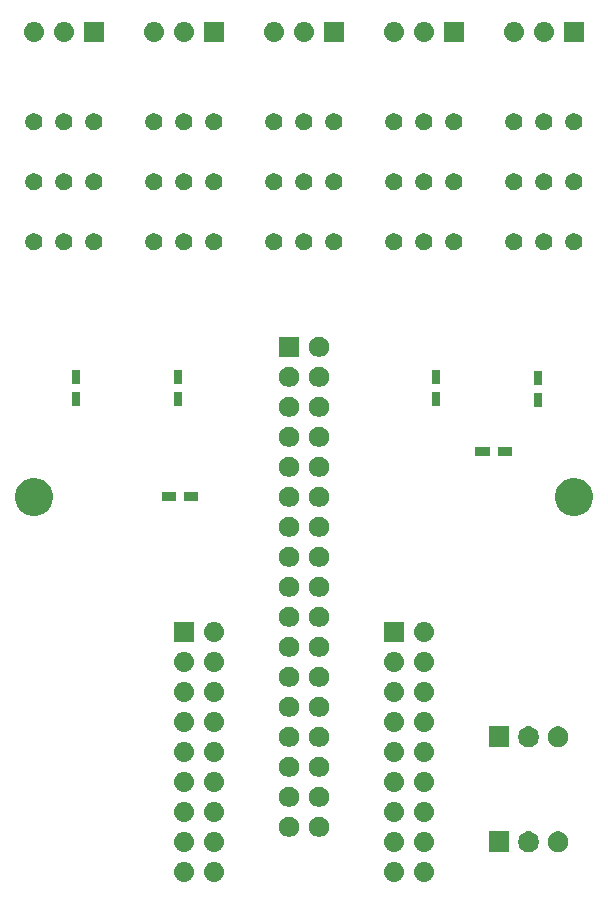
<source format=gbr>
G04 #@! TF.GenerationSoftware,KiCad,Pcbnew,(5.0.2-4-g3082e92af)*
G04 #@! TF.CreationDate,2019-02-04T02:23:37+02:00*
G04 #@! TF.ProjectId,My Piano Controller Note Module 3 (5-note_ 5V pots),4d792050-6961-46e6-9f20-436f6e74726f,rev?*
G04 #@! TF.SameCoordinates,Original*
G04 #@! TF.FileFunction,Soldermask,Bot*
G04 #@! TF.FilePolarity,Negative*
%FSLAX46Y46*%
G04 Gerber Fmt 4.6, Leading zero omitted, Abs format (unit mm)*
G04 Created by KiCad (PCBNEW (5.0.2-4-g3082e92af)) date 2019 February 04, Monday 02:23:37*
%MOMM*%
%LPD*%
G01*
G04 APERTURE LIST*
%ADD10C,0.100000*%
G04 APERTURE END LIST*
D10*
G36*
X137326630Y-114732299D02*
X137486855Y-114780903D01*
X137634520Y-114859831D01*
X137763949Y-114966051D01*
X137870169Y-115095480D01*
X137949097Y-115243145D01*
X137997701Y-115403370D01*
X138014112Y-115570000D01*
X137997701Y-115736630D01*
X137949097Y-115896855D01*
X137870169Y-116044520D01*
X137763949Y-116173949D01*
X137634520Y-116280169D01*
X137486855Y-116359097D01*
X137326630Y-116407701D01*
X137201752Y-116420000D01*
X137118248Y-116420000D01*
X136993370Y-116407701D01*
X136833145Y-116359097D01*
X136685480Y-116280169D01*
X136556051Y-116173949D01*
X136449831Y-116044520D01*
X136370903Y-115896855D01*
X136322299Y-115736630D01*
X136305888Y-115570000D01*
X136322299Y-115403370D01*
X136370903Y-115243145D01*
X136449831Y-115095480D01*
X136556051Y-114966051D01*
X136685480Y-114859831D01*
X136833145Y-114780903D01*
X136993370Y-114732299D01*
X137118248Y-114720000D01*
X137201752Y-114720000D01*
X137326630Y-114732299D01*
X137326630Y-114732299D01*
G37*
G36*
X134786630Y-114732299D02*
X134946855Y-114780903D01*
X135094520Y-114859831D01*
X135223949Y-114966051D01*
X135330169Y-115095480D01*
X135409097Y-115243145D01*
X135457701Y-115403370D01*
X135474112Y-115570000D01*
X135457701Y-115736630D01*
X135409097Y-115896855D01*
X135330169Y-116044520D01*
X135223949Y-116173949D01*
X135094520Y-116280169D01*
X134946855Y-116359097D01*
X134786630Y-116407701D01*
X134661752Y-116420000D01*
X134578248Y-116420000D01*
X134453370Y-116407701D01*
X134293145Y-116359097D01*
X134145480Y-116280169D01*
X134016051Y-116173949D01*
X133909831Y-116044520D01*
X133830903Y-115896855D01*
X133782299Y-115736630D01*
X133765888Y-115570000D01*
X133782299Y-115403370D01*
X133830903Y-115243145D01*
X133909831Y-115095480D01*
X134016051Y-114966051D01*
X134145480Y-114859831D01*
X134293145Y-114780903D01*
X134453370Y-114732299D01*
X134578248Y-114720000D01*
X134661752Y-114720000D01*
X134786630Y-114732299D01*
X134786630Y-114732299D01*
G37*
G36*
X119546630Y-114732299D02*
X119706855Y-114780903D01*
X119854520Y-114859831D01*
X119983949Y-114966051D01*
X120090169Y-115095480D01*
X120169097Y-115243145D01*
X120217701Y-115403370D01*
X120234112Y-115570000D01*
X120217701Y-115736630D01*
X120169097Y-115896855D01*
X120090169Y-116044520D01*
X119983949Y-116173949D01*
X119854520Y-116280169D01*
X119706855Y-116359097D01*
X119546630Y-116407701D01*
X119421752Y-116420000D01*
X119338248Y-116420000D01*
X119213370Y-116407701D01*
X119053145Y-116359097D01*
X118905480Y-116280169D01*
X118776051Y-116173949D01*
X118669831Y-116044520D01*
X118590903Y-115896855D01*
X118542299Y-115736630D01*
X118525888Y-115570000D01*
X118542299Y-115403370D01*
X118590903Y-115243145D01*
X118669831Y-115095480D01*
X118776051Y-114966051D01*
X118905480Y-114859831D01*
X119053145Y-114780903D01*
X119213370Y-114732299D01*
X119338248Y-114720000D01*
X119421752Y-114720000D01*
X119546630Y-114732299D01*
X119546630Y-114732299D01*
G37*
G36*
X117006630Y-114732299D02*
X117166855Y-114780903D01*
X117314520Y-114859831D01*
X117443949Y-114966051D01*
X117550169Y-115095480D01*
X117629097Y-115243145D01*
X117677701Y-115403370D01*
X117694112Y-115570000D01*
X117677701Y-115736630D01*
X117629097Y-115896855D01*
X117550169Y-116044520D01*
X117443949Y-116173949D01*
X117314520Y-116280169D01*
X117166855Y-116359097D01*
X117006630Y-116407701D01*
X116881752Y-116420000D01*
X116798248Y-116420000D01*
X116673370Y-116407701D01*
X116513145Y-116359097D01*
X116365480Y-116280169D01*
X116236051Y-116173949D01*
X116129831Y-116044520D01*
X116050903Y-115896855D01*
X116002299Y-115736630D01*
X115985888Y-115570000D01*
X116002299Y-115403370D01*
X116050903Y-115243145D01*
X116129831Y-115095480D01*
X116236051Y-114966051D01*
X116365480Y-114859831D01*
X116513145Y-114780903D01*
X116673370Y-114732299D01*
X116798248Y-114720000D01*
X116881752Y-114720000D01*
X117006630Y-114732299D01*
X117006630Y-114732299D01*
G37*
G36*
X148765228Y-112188625D02*
X148924467Y-112254584D01*
X149067783Y-112350345D01*
X149189655Y-112472217D01*
X149285416Y-112615533D01*
X149351375Y-112774772D01*
X149385000Y-112943819D01*
X149385000Y-113116181D01*
X149351375Y-113285228D01*
X149285416Y-113444467D01*
X149189655Y-113587783D01*
X149067783Y-113709655D01*
X148924467Y-113805416D01*
X148765228Y-113871375D01*
X148596181Y-113905000D01*
X148423819Y-113905000D01*
X148254772Y-113871375D01*
X148095533Y-113805416D01*
X147952217Y-113709655D01*
X147830345Y-113587783D01*
X147734584Y-113444467D01*
X147668625Y-113285228D01*
X147635000Y-113116181D01*
X147635000Y-112943819D01*
X147668625Y-112774772D01*
X147734584Y-112615533D01*
X147830345Y-112472217D01*
X147952217Y-112350345D01*
X148095533Y-112254584D01*
X148254772Y-112188625D01*
X148423819Y-112155000D01*
X148596181Y-112155000D01*
X148765228Y-112188625D01*
X148765228Y-112188625D01*
G37*
G36*
X146265228Y-112188625D02*
X146424467Y-112254584D01*
X146567783Y-112350345D01*
X146689655Y-112472217D01*
X146785416Y-112615533D01*
X146851375Y-112774772D01*
X146885000Y-112943819D01*
X146885000Y-113116181D01*
X146851375Y-113285228D01*
X146785416Y-113444467D01*
X146689655Y-113587783D01*
X146567783Y-113709655D01*
X146424467Y-113805416D01*
X146265228Y-113871375D01*
X146096181Y-113905000D01*
X145923819Y-113905000D01*
X145754772Y-113871375D01*
X145595533Y-113805416D01*
X145452217Y-113709655D01*
X145330345Y-113587783D01*
X145234584Y-113444467D01*
X145168625Y-113285228D01*
X145135000Y-113116181D01*
X145135000Y-112943819D01*
X145168625Y-112774772D01*
X145234584Y-112615533D01*
X145330345Y-112472217D01*
X145452217Y-112350345D01*
X145595533Y-112254584D01*
X145754772Y-112188625D01*
X145923819Y-112155000D01*
X146096181Y-112155000D01*
X146265228Y-112188625D01*
X146265228Y-112188625D01*
G37*
G36*
X144385000Y-113905000D02*
X142635000Y-113905000D01*
X142635000Y-112155000D01*
X144385000Y-112155000D01*
X144385000Y-113905000D01*
X144385000Y-113905000D01*
G37*
G36*
X137326630Y-112192299D02*
X137486855Y-112240903D01*
X137634520Y-112319831D01*
X137763949Y-112426051D01*
X137870169Y-112555480D01*
X137949097Y-112703145D01*
X137997701Y-112863370D01*
X138014112Y-113030000D01*
X137997701Y-113196630D01*
X137949097Y-113356855D01*
X137870169Y-113504520D01*
X137763949Y-113633949D01*
X137634520Y-113740169D01*
X137486855Y-113819097D01*
X137326630Y-113867701D01*
X137201752Y-113880000D01*
X137118248Y-113880000D01*
X136993370Y-113867701D01*
X136833145Y-113819097D01*
X136685480Y-113740169D01*
X136556051Y-113633949D01*
X136449831Y-113504520D01*
X136370903Y-113356855D01*
X136322299Y-113196630D01*
X136305888Y-113030000D01*
X136322299Y-112863370D01*
X136370903Y-112703145D01*
X136449831Y-112555480D01*
X136556051Y-112426051D01*
X136685480Y-112319831D01*
X136833145Y-112240903D01*
X136993370Y-112192299D01*
X137118248Y-112180000D01*
X137201752Y-112180000D01*
X137326630Y-112192299D01*
X137326630Y-112192299D01*
G37*
G36*
X134786630Y-112192299D02*
X134946855Y-112240903D01*
X135094520Y-112319831D01*
X135223949Y-112426051D01*
X135330169Y-112555480D01*
X135409097Y-112703145D01*
X135457701Y-112863370D01*
X135474112Y-113030000D01*
X135457701Y-113196630D01*
X135409097Y-113356855D01*
X135330169Y-113504520D01*
X135223949Y-113633949D01*
X135094520Y-113740169D01*
X134946855Y-113819097D01*
X134786630Y-113867701D01*
X134661752Y-113880000D01*
X134578248Y-113880000D01*
X134453370Y-113867701D01*
X134293145Y-113819097D01*
X134145480Y-113740169D01*
X134016051Y-113633949D01*
X133909831Y-113504520D01*
X133830903Y-113356855D01*
X133782299Y-113196630D01*
X133765888Y-113030000D01*
X133782299Y-112863370D01*
X133830903Y-112703145D01*
X133909831Y-112555480D01*
X134016051Y-112426051D01*
X134145480Y-112319831D01*
X134293145Y-112240903D01*
X134453370Y-112192299D01*
X134578248Y-112180000D01*
X134661752Y-112180000D01*
X134786630Y-112192299D01*
X134786630Y-112192299D01*
G37*
G36*
X119546630Y-112192299D02*
X119706855Y-112240903D01*
X119854520Y-112319831D01*
X119983949Y-112426051D01*
X120090169Y-112555480D01*
X120169097Y-112703145D01*
X120217701Y-112863370D01*
X120234112Y-113030000D01*
X120217701Y-113196630D01*
X120169097Y-113356855D01*
X120090169Y-113504520D01*
X119983949Y-113633949D01*
X119854520Y-113740169D01*
X119706855Y-113819097D01*
X119546630Y-113867701D01*
X119421752Y-113880000D01*
X119338248Y-113880000D01*
X119213370Y-113867701D01*
X119053145Y-113819097D01*
X118905480Y-113740169D01*
X118776051Y-113633949D01*
X118669831Y-113504520D01*
X118590903Y-113356855D01*
X118542299Y-113196630D01*
X118525888Y-113030000D01*
X118542299Y-112863370D01*
X118590903Y-112703145D01*
X118669831Y-112555480D01*
X118776051Y-112426051D01*
X118905480Y-112319831D01*
X119053145Y-112240903D01*
X119213370Y-112192299D01*
X119338248Y-112180000D01*
X119421752Y-112180000D01*
X119546630Y-112192299D01*
X119546630Y-112192299D01*
G37*
G36*
X117006630Y-112192299D02*
X117166855Y-112240903D01*
X117314520Y-112319831D01*
X117443949Y-112426051D01*
X117550169Y-112555480D01*
X117629097Y-112703145D01*
X117677701Y-112863370D01*
X117694112Y-113030000D01*
X117677701Y-113196630D01*
X117629097Y-113356855D01*
X117550169Y-113504520D01*
X117443949Y-113633949D01*
X117314520Y-113740169D01*
X117166855Y-113819097D01*
X117006630Y-113867701D01*
X116881752Y-113880000D01*
X116798248Y-113880000D01*
X116673370Y-113867701D01*
X116513145Y-113819097D01*
X116365480Y-113740169D01*
X116236051Y-113633949D01*
X116129831Y-113504520D01*
X116050903Y-113356855D01*
X116002299Y-113196630D01*
X115985888Y-113030000D01*
X116002299Y-112863370D01*
X116050903Y-112703145D01*
X116129831Y-112555480D01*
X116236051Y-112426051D01*
X116365480Y-112319831D01*
X116513145Y-112240903D01*
X116673370Y-112192299D01*
X116798248Y-112180000D01*
X116881752Y-112180000D01*
X117006630Y-112192299D01*
X117006630Y-112192299D01*
G37*
G36*
X128517934Y-110942664D02*
X128672627Y-111006740D01*
X128811847Y-111099764D01*
X128930236Y-111218153D01*
X129023260Y-111357373D01*
X129087336Y-111512066D01*
X129120000Y-111676281D01*
X129120000Y-111843719D01*
X129087336Y-112007934D01*
X129023260Y-112162627D01*
X128930236Y-112301847D01*
X128811847Y-112420236D01*
X128672627Y-112513260D01*
X128517934Y-112577336D01*
X128353719Y-112610000D01*
X128186281Y-112610000D01*
X128022066Y-112577336D01*
X127867373Y-112513260D01*
X127728153Y-112420236D01*
X127609764Y-112301847D01*
X127516740Y-112162627D01*
X127452664Y-112007934D01*
X127420000Y-111843719D01*
X127420000Y-111676281D01*
X127452664Y-111512066D01*
X127516740Y-111357373D01*
X127609764Y-111218153D01*
X127728153Y-111099764D01*
X127867373Y-111006740D01*
X128022066Y-110942664D01*
X128186281Y-110910000D01*
X128353719Y-110910000D01*
X128517934Y-110942664D01*
X128517934Y-110942664D01*
G37*
G36*
X125977934Y-110942664D02*
X126132627Y-111006740D01*
X126271847Y-111099764D01*
X126390236Y-111218153D01*
X126483260Y-111357373D01*
X126547336Y-111512066D01*
X126580000Y-111676281D01*
X126580000Y-111843719D01*
X126547336Y-112007934D01*
X126483260Y-112162627D01*
X126390236Y-112301847D01*
X126271847Y-112420236D01*
X126132627Y-112513260D01*
X125977934Y-112577336D01*
X125813719Y-112610000D01*
X125646281Y-112610000D01*
X125482066Y-112577336D01*
X125327373Y-112513260D01*
X125188153Y-112420236D01*
X125069764Y-112301847D01*
X124976740Y-112162627D01*
X124912664Y-112007934D01*
X124880000Y-111843719D01*
X124880000Y-111676281D01*
X124912664Y-111512066D01*
X124976740Y-111357373D01*
X125069764Y-111218153D01*
X125188153Y-111099764D01*
X125327373Y-111006740D01*
X125482066Y-110942664D01*
X125646281Y-110910000D01*
X125813719Y-110910000D01*
X125977934Y-110942664D01*
X125977934Y-110942664D01*
G37*
G36*
X137326630Y-109652299D02*
X137486855Y-109700903D01*
X137634520Y-109779831D01*
X137763949Y-109886051D01*
X137870169Y-110015480D01*
X137949097Y-110163145D01*
X137997701Y-110323370D01*
X138014112Y-110490000D01*
X137997701Y-110656630D01*
X137949097Y-110816855D01*
X137870169Y-110964520D01*
X137763949Y-111093949D01*
X137634520Y-111200169D01*
X137486855Y-111279097D01*
X137326630Y-111327701D01*
X137201752Y-111340000D01*
X137118248Y-111340000D01*
X136993370Y-111327701D01*
X136833145Y-111279097D01*
X136685480Y-111200169D01*
X136556051Y-111093949D01*
X136449831Y-110964520D01*
X136370903Y-110816855D01*
X136322299Y-110656630D01*
X136305888Y-110490000D01*
X136322299Y-110323370D01*
X136370903Y-110163145D01*
X136449831Y-110015480D01*
X136556051Y-109886051D01*
X136685480Y-109779831D01*
X136833145Y-109700903D01*
X136993370Y-109652299D01*
X137118248Y-109640000D01*
X137201752Y-109640000D01*
X137326630Y-109652299D01*
X137326630Y-109652299D01*
G37*
G36*
X134786630Y-109652299D02*
X134946855Y-109700903D01*
X135094520Y-109779831D01*
X135223949Y-109886051D01*
X135330169Y-110015480D01*
X135409097Y-110163145D01*
X135457701Y-110323370D01*
X135474112Y-110490000D01*
X135457701Y-110656630D01*
X135409097Y-110816855D01*
X135330169Y-110964520D01*
X135223949Y-111093949D01*
X135094520Y-111200169D01*
X134946855Y-111279097D01*
X134786630Y-111327701D01*
X134661752Y-111340000D01*
X134578248Y-111340000D01*
X134453370Y-111327701D01*
X134293145Y-111279097D01*
X134145480Y-111200169D01*
X134016051Y-111093949D01*
X133909831Y-110964520D01*
X133830903Y-110816855D01*
X133782299Y-110656630D01*
X133765888Y-110490000D01*
X133782299Y-110323370D01*
X133830903Y-110163145D01*
X133909831Y-110015480D01*
X134016051Y-109886051D01*
X134145480Y-109779831D01*
X134293145Y-109700903D01*
X134453370Y-109652299D01*
X134578248Y-109640000D01*
X134661752Y-109640000D01*
X134786630Y-109652299D01*
X134786630Y-109652299D01*
G37*
G36*
X117006630Y-109652299D02*
X117166855Y-109700903D01*
X117314520Y-109779831D01*
X117443949Y-109886051D01*
X117550169Y-110015480D01*
X117629097Y-110163145D01*
X117677701Y-110323370D01*
X117694112Y-110490000D01*
X117677701Y-110656630D01*
X117629097Y-110816855D01*
X117550169Y-110964520D01*
X117443949Y-111093949D01*
X117314520Y-111200169D01*
X117166855Y-111279097D01*
X117006630Y-111327701D01*
X116881752Y-111340000D01*
X116798248Y-111340000D01*
X116673370Y-111327701D01*
X116513145Y-111279097D01*
X116365480Y-111200169D01*
X116236051Y-111093949D01*
X116129831Y-110964520D01*
X116050903Y-110816855D01*
X116002299Y-110656630D01*
X115985888Y-110490000D01*
X116002299Y-110323370D01*
X116050903Y-110163145D01*
X116129831Y-110015480D01*
X116236051Y-109886051D01*
X116365480Y-109779831D01*
X116513145Y-109700903D01*
X116673370Y-109652299D01*
X116798248Y-109640000D01*
X116881752Y-109640000D01*
X117006630Y-109652299D01*
X117006630Y-109652299D01*
G37*
G36*
X119546630Y-109652299D02*
X119706855Y-109700903D01*
X119854520Y-109779831D01*
X119983949Y-109886051D01*
X120090169Y-110015480D01*
X120169097Y-110163145D01*
X120217701Y-110323370D01*
X120234112Y-110490000D01*
X120217701Y-110656630D01*
X120169097Y-110816855D01*
X120090169Y-110964520D01*
X119983949Y-111093949D01*
X119854520Y-111200169D01*
X119706855Y-111279097D01*
X119546630Y-111327701D01*
X119421752Y-111340000D01*
X119338248Y-111340000D01*
X119213370Y-111327701D01*
X119053145Y-111279097D01*
X118905480Y-111200169D01*
X118776051Y-111093949D01*
X118669831Y-110964520D01*
X118590903Y-110816855D01*
X118542299Y-110656630D01*
X118525888Y-110490000D01*
X118542299Y-110323370D01*
X118590903Y-110163145D01*
X118669831Y-110015480D01*
X118776051Y-109886051D01*
X118905480Y-109779831D01*
X119053145Y-109700903D01*
X119213370Y-109652299D01*
X119338248Y-109640000D01*
X119421752Y-109640000D01*
X119546630Y-109652299D01*
X119546630Y-109652299D01*
G37*
G36*
X128517934Y-108402664D02*
X128672627Y-108466740D01*
X128811847Y-108559764D01*
X128930236Y-108678153D01*
X129023260Y-108817373D01*
X129087336Y-108972066D01*
X129120000Y-109136281D01*
X129120000Y-109303719D01*
X129087336Y-109467934D01*
X129023260Y-109622627D01*
X128930236Y-109761847D01*
X128811847Y-109880236D01*
X128672627Y-109973260D01*
X128517934Y-110037336D01*
X128353719Y-110070000D01*
X128186281Y-110070000D01*
X128022066Y-110037336D01*
X127867373Y-109973260D01*
X127728153Y-109880236D01*
X127609764Y-109761847D01*
X127516740Y-109622627D01*
X127452664Y-109467934D01*
X127420000Y-109303719D01*
X127420000Y-109136281D01*
X127452664Y-108972066D01*
X127516740Y-108817373D01*
X127609764Y-108678153D01*
X127728153Y-108559764D01*
X127867373Y-108466740D01*
X128022066Y-108402664D01*
X128186281Y-108370000D01*
X128353719Y-108370000D01*
X128517934Y-108402664D01*
X128517934Y-108402664D01*
G37*
G36*
X125977934Y-108402664D02*
X126132627Y-108466740D01*
X126271847Y-108559764D01*
X126390236Y-108678153D01*
X126483260Y-108817373D01*
X126547336Y-108972066D01*
X126580000Y-109136281D01*
X126580000Y-109303719D01*
X126547336Y-109467934D01*
X126483260Y-109622627D01*
X126390236Y-109761847D01*
X126271847Y-109880236D01*
X126132627Y-109973260D01*
X125977934Y-110037336D01*
X125813719Y-110070000D01*
X125646281Y-110070000D01*
X125482066Y-110037336D01*
X125327373Y-109973260D01*
X125188153Y-109880236D01*
X125069764Y-109761847D01*
X124976740Y-109622627D01*
X124912664Y-109467934D01*
X124880000Y-109303719D01*
X124880000Y-109136281D01*
X124912664Y-108972066D01*
X124976740Y-108817373D01*
X125069764Y-108678153D01*
X125188153Y-108559764D01*
X125327373Y-108466740D01*
X125482066Y-108402664D01*
X125646281Y-108370000D01*
X125813719Y-108370000D01*
X125977934Y-108402664D01*
X125977934Y-108402664D01*
G37*
G36*
X117006630Y-107112299D02*
X117166855Y-107160903D01*
X117314520Y-107239831D01*
X117443949Y-107346051D01*
X117550169Y-107475480D01*
X117629097Y-107623145D01*
X117677701Y-107783370D01*
X117694112Y-107950000D01*
X117677701Y-108116630D01*
X117629097Y-108276855D01*
X117550169Y-108424520D01*
X117443949Y-108553949D01*
X117314520Y-108660169D01*
X117166855Y-108739097D01*
X117006630Y-108787701D01*
X116881752Y-108800000D01*
X116798248Y-108800000D01*
X116673370Y-108787701D01*
X116513145Y-108739097D01*
X116365480Y-108660169D01*
X116236051Y-108553949D01*
X116129831Y-108424520D01*
X116050903Y-108276855D01*
X116002299Y-108116630D01*
X115985888Y-107950000D01*
X116002299Y-107783370D01*
X116050903Y-107623145D01*
X116129831Y-107475480D01*
X116236051Y-107346051D01*
X116365480Y-107239831D01*
X116513145Y-107160903D01*
X116673370Y-107112299D01*
X116798248Y-107100000D01*
X116881752Y-107100000D01*
X117006630Y-107112299D01*
X117006630Y-107112299D01*
G37*
G36*
X119546630Y-107112299D02*
X119706855Y-107160903D01*
X119854520Y-107239831D01*
X119983949Y-107346051D01*
X120090169Y-107475480D01*
X120169097Y-107623145D01*
X120217701Y-107783370D01*
X120234112Y-107950000D01*
X120217701Y-108116630D01*
X120169097Y-108276855D01*
X120090169Y-108424520D01*
X119983949Y-108553949D01*
X119854520Y-108660169D01*
X119706855Y-108739097D01*
X119546630Y-108787701D01*
X119421752Y-108800000D01*
X119338248Y-108800000D01*
X119213370Y-108787701D01*
X119053145Y-108739097D01*
X118905480Y-108660169D01*
X118776051Y-108553949D01*
X118669831Y-108424520D01*
X118590903Y-108276855D01*
X118542299Y-108116630D01*
X118525888Y-107950000D01*
X118542299Y-107783370D01*
X118590903Y-107623145D01*
X118669831Y-107475480D01*
X118776051Y-107346051D01*
X118905480Y-107239831D01*
X119053145Y-107160903D01*
X119213370Y-107112299D01*
X119338248Y-107100000D01*
X119421752Y-107100000D01*
X119546630Y-107112299D01*
X119546630Y-107112299D01*
G37*
G36*
X134786630Y-107112299D02*
X134946855Y-107160903D01*
X135094520Y-107239831D01*
X135223949Y-107346051D01*
X135330169Y-107475480D01*
X135409097Y-107623145D01*
X135457701Y-107783370D01*
X135474112Y-107950000D01*
X135457701Y-108116630D01*
X135409097Y-108276855D01*
X135330169Y-108424520D01*
X135223949Y-108553949D01*
X135094520Y-108660169D01*
X134946855Y-108739097D01*
X134786630Y-108787701D01*
X134661752Y-108800000D01*
X134578248Y-108800000D01*
X134453370Y-108787701D01*
X134293145Y-108739097D01*
X134145480Y-108660169D01*
X134016051Y-108553949D01*
X133909831Y-108424520D01*
X133830903Y-108276855D01*
X133782299Y-108116630D01*
X133765888Y-107950000D01*
X133782299Y-107783370D01*
X133830903Y-107623145D01*
X133909831Y-107475480D01*
X134016051Y-107346051D01*
X134145480Y-107239831D01*
X134293145Y-107160903D01*
X134453370Y-107112299D01*
X134578248Y-107100000D01*
X134661752Y-107100000D01*
X134786630Y-107112299D01*
X134786630Y-107112299D01*
G37*
G36*
X137326630Y-107112299D02*
X137486855Y-107160903D01*
X137634520Y-107239831D01*
X137763949Y-107346051D01*
X137870169Y-107475480D01*
X137949097Y-107623145D01*
X137997701Y-107783370D01*
X138014112Y-107950000D01*
X137997701Y-108116630D01*
X137949097Y-108276855D01*
X137870169Y-108424520D01*
X137763949Y-108553949D01*
X137634520Y-108660169D01*
X137486855Y-108739097D01*
X137326630Y-108787701D01*
X137201752Y-108800000D01*
X137118248Y-108800000D01*
X136993370Y-108787701D01*
X136833145Y-108739097D01*
X136685480Y-108660169D01*
X136556051Y-108553949D01*
X136449831Y-108424520D01*
X136370903Y-108276855D01*
X136322299Y-108116630D01*
X136305888Y-107950000D01*
X136322299Y-107783370D01*
X136370903Y-107623145D01*
X136449831Y-107475480D01*
X136556051Y-107346051D01*
X136685480Y-107239831D01*
X136833145Y-107160903D01*
X136993370Y-107112299D01*
X137118248Y-107100000D01*
X137201752Y-107100000D01*
X137326630Y-107112299D01*
X137326630Y-107112299D01*
G37*
G36*
X128517934Y-105862664D02*
X128672627Y-105926740D01*
X128811847Y-106019764D01*
X128930236Y-106138153D01*
X129023260Y-106277373D01*
X129087336Y-106432066D01*
X129120000Y-106596281D01*
X129120000Y-106763719D01*
X129087336Y-106927934D01*
X129023260Y-107082627D01*
X128930236Y-107221847D01*
X128811847Y-107340236D01*
X128672627Y-107433260D01*
X128517934Y-107497336D01*
X128353719Y-107530000D01*
X128186281Y-107530000D01*
X128022066Y-107497336D01*
X127867373Y-107433260D01*
X127728153Y-107340236D01*
X127609764Y-107221847D01*
X127516740Y-107082627D01*
X127452664Y-106927934D01*
X127420000Y-106763719D01*
X127420000Y-106596281D01*
X127452664Y-106432066D01*
X127516740Y-106277373D01*
X127609764Y-106138153D01*
X127728153Y-106019764D01*
X127867373Y-105926740D01*
X128022066Y-105862664D01*
X128186281Y-105830000D01*
X128353719Y-105830000D01*
X128517934Y-105862664D01*
X128517934Y-105862664D01*
G37*
G36*
X125977934Y-105862664D02*
X126132627Y-105926740D01*
X126271847Y-106019764D01*
X126390236Y-106138153D01*
X126483260Y-106277373D01*
X126547336Y-106432066D01*
X126580000Y-106596281D01*
X126580000Y-106763719D01*
X126547336Y-106927934D01*
X126483260Y-107082627D01*
X126390236Y-107221847D01*
X126271847Y-107340236D01*
X126132627Y-107433260D01*
X125977934Y-107497336D01*
X125813719Y-107530000D01*
X125646281Y-107530000D01*
X125482066Y-107497336D01*
X125327373Y-107433260D01*
X125188153Y-107340236D01*
X125069764Y-107221847D01*
X124976740Y-107082627D01*
X124912664Y-106927934D01*
X124880000Y-106763719D01*
X124880000Y-106596281D01*
X124912664Y-106432066D01*
X124976740Y-106277373D01*
X125069764Y-106138153D01*
X125188153Y-106019764D01*
X125327373Y-105926740D01*
X125482066Y-105862664D01*
X125646281Y-105830000D01*
X125813719Y-105830000D01*
X125977934Y-105862664D01*
X125977934Y-105862664D01*
G37*
G36*
X119546630Y-104572299D02*
X119706855Y-104620903D01*
X119854520Y-104699831D01*
X119983949Y-104806051D01*
X120090169Y-104935480D01*
X120169097Y-105083145D01*
X120217701Y-105243370D01*
X120234112Y-105410000D01*
X120217701Y-105576630D01*
X120169097Y-105736855D01*
X120090169Y-105884520D01*
X119983949Y-106013949D01*
X119854520Y-106120169D01*
X119706855Y-106199097D01*
X119546630Y-106247701D01*
X119421752Y-106260000D01*
X119338248Y-106260000D01*
X119213370Y-106247701D01*
X119053145Y-106199097D01*
X118905480Y-106120169D01*
X118776051Y-106013949D01*
X118669831Y-105884520D01*
X118590903Y-105736855D01*
X118542299Y-105576630D01*
X118525888Y-105410000D01*
X118542299Y-105243370D01*
X118590903Y-105083145D01*
X118669831Y-104935480D01*
X118776051Y-104806051D01*
X118905480Y-104699831D01*
X119053145Y-104620903D01*
X119213370Y-104572299D01*
X119338248Y-104560000D01*
X119421752Y-104560000D01*
X119546630Y-104572299D01*
X119546630Y-104572299D01*
G37*
G36*
X137326630Y-104572299D02*
X137486855Y-104620903D01*
X137634520Y-104699831D01*
X137763949Y-104806051D01*
X137870169Y-104935480D01*
X137949097Y-105083145D01*
X137997701Y-105243370D01*
X138014112Y-105410000D01*
X137997701Y-105576630D01*
X137949097Y-105736855D01*
X137870169Y-105884520D01*
X137763949Y-106013949D01*
X137634520Y-106120169D01*
X137486855Y-106199097D01*
X137326630Y-106247701D01*
X137201752Y-106260000D01*
X137118248Y-106260000D01*
X136993370Y-106247701D01*
X136833145Y-106199097D01*
X136685480Y-106120169D01*
X136556051Y-106013949D01*
X136449831Y-105884520D01*
X136370903Y-105736855D01*
X136322299Y-105576630D01*
X136305888Y-105410000D01*
X136322299Y-105243370D01*
X136370903Y-105083145D01*
X136449831Y-104935480D01*
X136556051Y-104806051D01*
X136685480Y-104699831D01*
X136833145Y-104620903D01*
X136993370Y-104572299D01*
X137118248Y-104560000D01*
X137201752Y-104560000D01*
X137326630Y-104572299D01*
X137326630Y-104572299D01*
G37*
G36*
X134786630Y-104572299D02*
X134946855Y-104620903D01*
X135094520Y-104699831D01*
X135223949Y-104806051D01*
X135330169Y-104935480D01*
X135409097Y-105083145D01*
X135457701Y-105243370D01*
X135474112Y-105410000D01*
X135457701Y-105576630D01*
X135409097Y-105736855D01*
X135330169Y-105884520D01*
X135223949Y-106013949D01*
X135094520Y-106120169D01*
X134946855Y-106199097D01*
X134786630Y-106247701D01*
X134661752Y-106260000D01*
X134578248Y-106260000D01*
X134453370Y-106247701D01*
X134293145Y-106199097D01*
X134145480Y-106120169D01*
X134016051Y-106013949D01*
X133909831Y-105884520D01*
X133830903Y-105736855D01*
X133782299Y-105576630D01*
X133765888Y-105410000D01*
X133782299Y-105243370D01*
X133830903Y-105083145D01*
X133909831Y-104935480D01*
X134016051Y-104806051D01*
X134145480Y-104699831D01*
X134293145Y-104620903D01*
X134453370Y-104572299D01*
X134578248Y-104560000D01*
X134661752Y-104560000D01*
X134786630Y-104572299D01*
X134786630Y-104572299D01*
G37*
G36*
X117006630Y-104572299D02*
X117166855Y-104620903D01*
X117314520Y-104699831D01*
X117443949Y-104806051D01*
X117550169Y-104935480D01*
X117629097Y-105083145D01*
X117677701Y-105243370D01*
X117694112Y-105410000D01*
X117677701Y-105576630D01*
X117629097Y-105736855D01*
X117550169Y-105884520D01*
X117443949Y-106013949D01*
X117314520Y-106120169D01*
X117166855Y-106199097D01*
X117006630Y-106247701D01*
X116881752Y-106260000D01*
X116798248Y-106260000D01*
X116673370Y-106247701D01*
X116513145Y-106199097D01*
X116365480Y-106120169D01*
X116236051Y-106013949D01*
X116129831Y-105884520D01*
X116050903Y-105736855D01*
X116002299Y-105576630D01*
X115985888Y-105410000D01*
X116002299Y-105243370D01*
X116050903Y-105083145D01*
X116129831Y-104935480D01*
X116236051Y-104806051D01*
X116365480Y-104699831D01*
X116513145Y-104620903D01*
X116673370Y-104572299D01*
X116798248Y-104560000D01*
X116881752Y-104560000D01*
X117006630Y-104572299D01*
X117006630Y-104572299D01*
G37*
G36*
X144385000Y-105015000D02*
X142635000Y-105015000D01*
X142635000Y-103265000D01*
X144385000Y-103265000D01*
X144385000Y-105015000D01*
X144385000Y-105015000D01*
G37*
G36*
X146265228Y-103298625D02*
X146424467Y-103364584D01*
X146567783Y-103460345D01*
X146689655Y-103582217D01*
X146785416Y-103725533D01*
X146851375Y-103884772D01*
X146885000Y-104053819D01*
X146885000Y-104226181D01*
X146851375Y-104395228D01*
X146785416Y-104554467D01*
X146689655Y-104697783D01*
X146567783Y-104819655D01*
X146424467Y-104915416D01*
X146265228Y-104981375D01*
X146096181Y-105015000D01*
X145923819Y-105015000D01*
X145754772Y-104981375D01*
X145595533Y-104915416D01*
X145452217Y-104819655D01*
X145330345Y-104697783D01*
X145234584Y-104554467D01*
X145168625Y-104395228D01*
X145135000Y-104226181D01*
X145135000Y-104053819D01*
X145168625Y-103884772D01*
X145234584Y-103725533D01*
X145330345Y-103582217D01*
X145452217Y-103460345D01*
X145595533Y-103364584D01*
X145754772Y-103298625D01*
X145923819Y-103265000D01*
X146096181Y-103265000D01*
X146265228Y-103298625D01*
X146265228Y-103298625D01*
G37*
G36*
X148765228Y-103298625D02*
X148924467Y-103364584D01*
X149067783Y-103460345D01*
X149189655Y-103582217D01*
X149285416Y-103725533D01*
X149351375Y-103884772D01*
X149385000Y-104053819D01*
X149385000Y-104226181D01*
X149351375Y-104395228D01*
X149285416Y-104554467D01*
X149189655Y-104697783D01*
X149067783Y-104819655D01*
X148924467Y-104915416D01*
X148765228Y-104981375D01*
X148596181Y-105015000D01*
X148423819Y-105015000D01*
X148254772Y-104981375D01*
X148095533Y-104915416D01*
X147952217Y-104819655D01*
X147830345Y-104697783D01*
X147734584Y-104554467D01*
X147668625Y-104395228D01*
X147635000Y-104226181D01*
X147635000Y-104053819D01*
X147668625Y-103884772D01*
X147734584Y-103725533D01*
X147830345Y-103582217D01*
X147952217Y-103460345D01*
X148095533Y-103364584D01*
X148254772Y-103298625D01*
X148423819Y-103265000D01*
X148596181Y-103265000D01*
X148765228Y-103298625D01*
X148765228Y-103298625D01*
G37*
G36*
X125977934Y-103322664D02*
X126132627Y-103386740D01*
X126271847Y-103479764D01*
X126390236Y-103598153D01*
X126483260Y-103737373D01*
X126547336Y-103892066D01*
X126580000Y-104056281D01*
X126580000Y-104223719D01*
X126547336Y-104387934D01*
X126483260Y-104542627D01*
X126390236Y-104681847D01*
X126271847Y-104800236D01*
X126132627Y-104893260D01*
X125977934Y-104957336D01*
X125813719Y-104990000D01*
X125646281Y-104990000D01*
X125482066Y-104957336D01*
X125327373Y-104893260D01*
X125188153Y-104800236D01*
X125069764Y-104681847D01*
X124976740Y-104542627D01*
X124912664Y-104387934D01*
X124880000Y-104223719D01*
X124880000Y-104056281D01*
X124912664Y-103892066D01*
X124976740Y-103737373D01*
X125069764Y-103598153D01*
X125188153Y-103479764D01*
X125327373Y-103386740D01*
X125482066Y-103322664D01*
X125646281Y-103290000D01*
X125813719Y-103290000D01*
X125977934Y-103322664D01*
X125977934Y-103322664D01*
G37*
G36*
X128517934Y-103322664D02*
X128672627Y-103386740D01*
X128811847Y-103479764D01*
X128930236Y-103598153D01*
X129023260Y-103737373D01*
X129087336Y-103892066D01*
X129120000Y-104056281D01*
X129120000Y-104223719D01*
X129087336Y-104387934D01*
X129023260Y-104542627D01*
X128930236Y-104681847D01*
X128811847Y-104800236D01*
X128672627Y-104893260D01*
X128517934Y-104957336D01*
X128353719Y-104990000D01*
X128186281Y-104990000D01*
X128022066Y-104957336D01*
X127867373Y-104893260D01*
X127728153Y-104800236D01*
X127609764Y-104681847D01*
X127516740Y-104542627D01*
X127452664Y-104387934D01*
X127420000Y-104223719D01*
X127420000Y-104056281D01*
X127452664Y-103892066D01*
X127516740Y-103737373D01*
X127609764Y-103598153D01*
X127728153Y-103479764D01*
X127867373Y-103386740D01*
X128022066Y-103322664D01*
X128186281Y-103290000D01*
X128353719Y-103290000D01*
X128517934Y-103322664D01*
X128517934Y-103322664D01*
G37*
G36*
X117006630Y-102032299D02*
X117166855Y-102080903D01*
X117314520Y-102159831D01*
X117443949Y-102266051D01*
X117550169Y-102395480D01*
X117629097Y-102543145D01*
X117677701Y-102703370D01*
X117694112Y-102870000D01*
X117677701Y-103036630D01*
X117629097Y-103196855D01*
X117550169Y-103344520D01*
X117443949Y-103473949D01*
X117314520Y-103580169D01*
X117166855Y-103659097D01*
X117006630Y-103707701D01*
X116881752Y-103720000D01*
X116798248Y-103720000D01*
X116673370Y-103707701D01*
X116513145Y-103659097D01*
X116365480Y-103580169D01*
X116236051Y-103473949D01*
X116129831Y-103344520D01*
X116050903Y-103196855D01*
X116002299Y-103036630D01*
X115985888Y-102870000D01*
X116002299Y-102703370D01*
X116050903Y-102543145D01*
X116129831Y-102395480D01*
X116236051Y-102266051D01*
X116365480Y-102159831D01*
X116513145Y-102080903D01*
X116673370Y-102032299D01*
X116798248Y-102020000D01*
X116881752Y-102020000D01*
X117006630Y-102032299D01*
X117006630Y-102032299D01*
G37*
G36*
X119546630Y-102032299D02*
X119706855Y-102080903D01*
X119854520Y-102159831D01*
X119983949Y-102266051D01*
X120090169Y-102395480D01*
X120169097Y-102543145D01*
X120217701Y-102703370D01*
X120234112Y-102870000D01*
X120217701Y-103036630D01*
X120169097Y-103196855D01*
X120090169Y-103344520D01*
X119983949Y-103473949D01*
X119854520Y-103580169D01*
X119706855Y-103659097D01*
X119546630Y-103707701D01*
X119421752Y-103720000D01*
X119338248Y-103720000D01*
X119213370Y-103707701D01*
X119053145Y-103659097D01*
X118905480Y-103580169D01*
X118776051Y-103473949D01*
X118669831Y-103344520D01*
X118590903Y-103196855D01*
X118542299Y-103036630D01*
X118525888Y-102870000D01*
X118542299Y-102703370D01*
X118590903Y-102543145D01*
X118669831Y-102395480D01*
X118776051Y-102266051D01*
X118905480Y-102159831D01*
X119053145Y-102080903D01*
X119213370Y-102032299D01*
X119338248Y-102020000D01*
X119421752Y-102020000D01*
X119546630Y-102032299D01*
X119546630Y-102032299D01*
G37*
G36*
X134786630Y-102032299D02*
X134946855Y-102080903D01*
X135094520Y-102159831D01*
X135223949Y-102266051D01*
X135330169Y-102395480D01*
X135409097Y-102543145D01*
X135457701Y-102703370D01*
X135474112Y-102870000D01*
X135457701Y-103036630D01*
X135409097Y-103196855D01*
X135330169Y-103344520D01*
X135223949Y-103473949D01*
X135094520Y-103580169D01*
X134946855Y-103659097D01*
X134786630Y-103707701D01*
X134661752Y-103720000D01*
X134578248Y-103720000D01*
X134453370Y-103707701D01*
X134293145Y-103659097D01*
X134145480Y-103580169D01*
X134016051Y-103473949D01*
X133909831Y-103344520D01*
X133830903Y-103196855D01*
X133782299Y-103036630D01*
X133765888Y-102870000D01*
X133782299Y-102703370D01*
X133830903Y-102543145D01*
X133909831Y-102395480D01*
X134016051Y-102266051D01*
X134145480Y-102159831D01*
X134293145Y-102080903D01*
X134453370Y-102032299D01*
X134578248Y-102020000D01*
X134661752Y-102020000D01*
X134786630Y-102032299D01*
X134786630Y-102032299D01*
G37*
G36*
X137326630Y-102032299D02*
X137486855Y-102080903D01*
X137634520Y-102159831D01*
X137763949Y-102266051D01*
X137870169Y-102395480D01*
X137949097Y-102543145D01*
X137997701Y-102703370D01*
X138014112Y-102870000D01*
X137997701Y-103036630D01*
X137949097Y-103196855D01*
X137870169Y-103344520D01*
X137763949Y-103473949D01*
X137634520Y-103580169D01*
X137486855Y-103659097D01*
X137326630Y-103707701D01*
X137201752Y-103720000D01*
X137118248Y-103720000D01*
X136993370Y-103707701D01*
X136833145Y-103659097D01*
X136685480Y-103580169D01*
X136556051Y-103473949D01*
X136449831Y-103344520D01*
X136370903Y-103196855D01*
X136322299Y-103036630D01*
X136305888Y-102870000D01*
X136322299Y-102703370D01*
X136370903Y-102543145D01*
X136449831Y-102395480D01*
X136556051Y-102266051D01*
X136685480Y-102159831D01*
X136833145Y-102080903D01*
X136993370Y-102032299D01*
X137118248Y-102020000D01*
X137201752Y-102020000D01*
X137326630Y-102032299D01*
X137326630Y-102032299D01*
G37*
G36*
X125977934Y-100782664D02*
X126132627Y-100846740D01*
X126271847Y-100939764D01*
X126390236Y-101058153D01*
X126483260Y-101197373D01*
X126547336Y-101352066D01*
X126580000Y-101516281D01*
X126580000Y-101683719D01*
X126547336Y-101847934D01*
X126483260Y-102002627D01*
X126390236Y-102141847D01*
X126271847Y-102260236D01*
X126132627Y-102353260D01*
X125977934Y-102417336D01*
X125813719Y-102450000D01*
X125646281Y-102450000D01*
X125482066Y-102417336D01*
X125327373Y-102353260D01*
X125188153Y-102260236D01*
X125069764Y-102141847D01*
X124976740Y-102002627D01*
X124912664Y-101847934D01*
X124880000Y-101683719D01*
X124880000Y-101516281D01*
X124912664Y-101352066D01*
X124976740Y-101197373D01*
X125069764Y-101058153D01*
X125188153Y-100939764D01*
X125327373Y-100846740D01*
X125482066Y-100782664D01*
X125646281Y-100750000D01*
X125813719Y-100750000D01*
X125977934Y-100782664D01*
X125977934Y-100782664D01*
G37*
G36*
X128517934Y-100782664D02*
X128672627Y-100846740D01*
X128811847Y-100939764D01*
X128930236Y-101058153D01*
X129023260Y-101197373D01*
X129087336Y-101352066D01*
X129120000Y-101516281D01*
X129120000Y-101683719D01*
X129087336Y-101847934D01*
X129023260Y-102002627D01*
X128930236Y-102141847D01*
X128811847Y-102260236D01*
X128672627Y-102353260D01*
X128517934Y-102417336D01*
X128353719Y-102450000D01*
X128186281Y-102450000D01*
X128022066Y-102417336D01*
X127867373Y-102353260D01*
X127728153Y-102260236D01*
X127609764Y-102141847D01*
X127516740Y-102002627D01*
X127452664Y-101847934D01*
X127420000Y-101683719D01*
X127420000Y-101516281D01*
X127452664Y-101352066D01*
X127516740Y-101197373D01*
X127609764Y-101058153D01*
X127728153Y-100939764D01*
X127867373Y-100846740D01*
X128022066Y-100782664D01*
X128186281Y-100750000D01*
X128353719Y-100750000D01*
X128517934Y-100782664D01*
X128517934Y-100782664D01*
G37*
G36*
X134786630Y-99492299D02*
X134946855Y-99540903D01*
X135094520Y-99619831D01*
X135223949Y-99726051D01*
X135330169Y-99855480D01*
X135409097Y-100003145D01*
X135457701Y-100163370D01*
X135474112Y-100330000D01*
X135457701Y-100496630D01*
X135409097Y-100656855D01*
X135330169Y-100804520D01*
X135223949Y-100933949D01*
X135094520Y-101040169D01*
X134946855Y-101119097D01*
X134786630Y-101167701D01*
X134661752Y-101180000D01*
X134578248Y-101180000D01*
X134453370Y-101167701D01*
X134293145Y-101119097D01*
X134145480Y-101040169D01*
X134016051Y-100933949D01*
X133909831Y-100804520D01*
X133830903Y-100656855D01*
X133782299Y-100496630D01*
X133765888Y-100330000D01*
X133782299Y-100163370D01*
X133830903Y-100003145D01*
X133909831Y-99855480D01*
X134016051Y-99726051D01*
X134145480Y-99619831D01*
X134293145Y-99540903D01*
X134453370Y-99492299D01*
X134578248Y-99480000D01*
X134661752Y-99480000D01*
X134786630Y-99492299D01*
X134786630Y-99492299D01*
G37*
G36*
X137326630Y-99492299D02*
X137486855Y-99540903D01*
X137634520Y-99619831D01*
X137763949Y-99726051D01*
X137870169Y-99855480D01*
X137949097Y-100003145D01*
X137997701Y-100163370D01*
X138014112Y-100330000D01*
X137997701Y-100496630D01*
X137949097Y-100656855D01*
X137870169Y-100804520D01*
X137763949Y-100933949D01*
X137634520Y-101040169D01*
X137486855Y-101119097D01*
X137326630Y-101167701D01*
X137201752Y-101180000D01*
X137118248Y-101180000D01*
X136993370Y-101167701D01*
X136833145Y-101119097D01*
X136685480Y-101040169D01*
X136556051Y-100933949D01*
X136449831Y-100804520D01*
X136370903Y-100656855D01*
X136322299Y-100496630D01*
X136305888Y-100330000D01*
X136322299Y-100163370D01*
X136370903Y-100003145D01*
X136449831Y-99855480D01*
X136556051Y-99726051D01*
X136685480Y-99619831D01*
X136833145Y-99540903D01*
X136993370Y-99492299D01*
X137118248Y-99480000D01*
X137201752Y-99480000D01*
X137326630Y-99492299D01*
X137326630Y-99492299D01*
G37*
G36*
X119546630Y-99492299D02*
X119706855Y-99540903D01*
X119854520Y-99619831D01*
X119983949Y-99726051D01*
X120090169Y-99855480D01*
X120169097Y-100003145D01*
X120217701Y-100163370D01*
X120234112Y-100330000D01*
X120217701Y-100496630D01*
X120169097Y-100656855D01*
X120090169Y-100804520D01*
X119983949Y-100933949D01*
X119854520Y-101040169D01*
X119706855Y-101119097D01*
X119546630Y-101167701D01*
X119421752Y-101180000D01*
X119338248Y-101180000D01*
X119213370Y-101167701D01*
X119053145Y-101119097D01*
X118905480Y-101040169D01*
X118776051Y-100933949D01*
X118669831Y-100804520D01*
X118590903Y-100656855D01*
X118542299Y-100496630D01*
X118525888Y-100330000D01*
X118542299Y-100163370D01*
X118590903Y-100003145D01*
X118669831Y-99855480D01*
X118776051Y-99726051D01*
X118905480Y-99619831D01*
X119053145Y-99540903D01*
X119213370Y-99492299D01*
X119338248Y-99480000D01*
X119421752Y-99480000D01*
X119546630Y-99492299D01*
X119546630Y-99492299D01*
G37*
G36*
X117006630Y-99492299D02*
X117166855Y-99540903D01*
X117314520Y-99619831D01*
X117443949Y-99726051D01*
X117550169Y-99855480D01*
X117629097Y-100003145D01*
X117677701Y-100163370D01*
X117694112Y-100330000D01*
X117677701Y-100496630D01*
X117629097Y-100656855D01*
X117550169Y-100804520D01*
X117443949Y-100933949D01*
X117314520Y-101040169D01*
X117166855Y-101119097D01*
X117006630Y-101167701D01*
X116881752Y-101180000D01*
X116798248Y-101180000D01*
X116673370Y-101167701D01*
X116513145Y-101119097D01*
X116365480Y-101040169D01*
X116236051Y-100933949D01*
X116129831Y-100804520D01*
X116050903Y-100656855D01*
X116002299Y-100496630D01*
X115985888Y-100330000D01*
X116002299Y-100163370D01*
X116050903Y-100003145D01*
X116129831Y-99855480D01*
X116236051Y-99726051D01*
X116365480Y-99619831D01*
X116513145Y-99540903D01*
X116673370Y-99492299D01*
X116798248Y-99480000D01*
X116881752Y-99480000D01*
X117006630Y-99492299D01*
X117006630Y-99492299D01*
G37*
G36*
X125977934Y-98242664D02*
X126132627Y-98306740D01*
X126271847Y-98399764D01*
X126390236Y-98518153D01*
X126483260Y-98657373D01*
X126547336Y-98812066D01*
X126580000Y-98976281D01*
X126580000Y-99143719D01*
X126547336Y-99307934D01*
X126483260Y-99462627D01*
X126390236Y-99601847D01*
X126271847Y-99720236D01*
X126132627Y-99813260D01*
X125977934Y-99877336D01*
X125813719Y-99910000D01*
X125646281Y-99910000D01*
X125482066Y-99877336D01*
X125327373Y-99813260D01*
X125188153Y-99720236D01*
X125069764Y-99601847D01*
X124976740Y-99462627D01*
X124912664Y-99307934D01*
X124880000Y-99143719D01*
X124880000Y-98976281D01*
X124912664Y-98812066D01*
X124976740Y-98657373D01*
X125069764Y-98518153D01*
X125188153Y-98399764D01*
X125327373Y-98306740D01*
X125482066Y-98242664D01*
X125646281Y-98210000D01*
X125813719Y-98210000D01*
X125977934Y-98242664D01*
X125977934Y-98242664D01*
G37*
G36*
X128517934Y-98242664D02*
X128672627Y-98306740D01*
X128811847Y-98399764D01*
X128930236Y-98518153D01*
X129023260Y-98657373D01*
X129087336Y-98812066D01*
X129120000Y-98976281D01*
X129120000Y-99143719D01*
X129087336Y-99307934D01*
X129023260Y-99462627D01*
X128930236Y-99601847D01*
X128811847Y-99720236D01*
X128672627Y-99813260D01*
X128517934Y-99877336D01*
X128353719Y-99910000D01*
X128186281Y-99910000D01*
X128022066Y-99877336D01*
X127867373Y-99813260D01*
X127728153Y-99720236D01*
X127609764Y-99601847D01*
X127516740Y-99462627D01*
X127452664Y-99307934D01*
X127420000Y-99143719D01*
X127420000Y-98976281D01*
X127452664Y-98812066D01*
X127516740Y-98657373D01*
X127609764Y-98518153D01*
X127728153Y-98399764D01*
X127867373Y-98306740D01*
X128022066Y-98242664D01*
X128186281Y-98210000D01*
X128353719Y-98210000D01*
X128517934Y-98242664D01*
X128517934Y-98242664D01*
G37*
G36*
X119546630Y-96952299D02*
X119706855Y-97000903D01*
X119854520Y-97079831D01*
X119983949Y-97186051D01*
X120090169Y-97315480D01*
X120169097Y-97463145D01*
X120217701Y-97623370D01*
X120234112Y-97790000D01*
X120217701Y-97956630D01*
X120169097Y-98116855D01*
X120090169Y-98264520D01*
X119983949Y-98393949D01*
X119854520Y-98500169D01*
X119706855Y-98579097D01*
X119546630Y-98627701D01*
X119421752Y-98640000D01*
X119338248Y-98640000D01*
X119213370Y-98627701D01*
X119053145Y-98579097D01*
X118905480Y-98500169D01*
X118776051Y-98393949D01*
X118669831Y-98264520D01*
X118590903Y-98116855D01*
X118542299Y-97956630D01*
X118525888Y-97790000D01*
X118542299Y-97623370D01*
X118590903Y-97463145D01*
X118669831Y-97315480D01*
X118776051Y-97186051D01*
X118905480Y-97079831D01*
X119053145Y-97000903D01*
X119213370Y-96952299D01*
X119338248Y-96940000D01*
X119421752Y-96940000D01*
X119546630Y-96952299D01*
X119546630Y-96952299D01*
G37*
G36*
X117006630Y-96952299D02*
X117166855Y-97000903D01*
X117314520Y-97079831D01*
X117443949Y-97186051D01*
X117550169Y-97315480D01*
X117629097Y-97463145D01*
X117677701Y-97623370D01*
X117694112Y-97790000D01*
X117677701Y-97956630D01*
X117629097Y-98116855D01*
X117550169Y-98264520D01*
X117443949Y-98393949D01*
X117314520Y-98500169D01*
X117166855Y-98579097D01*
X117006630Y-98627701D01*
X116881752Y-98640000D01*
X116798248Y-98640000D01*
X116673370Y-98627701D01*
X116513145Y-98579097D01*
X116365480Y-98500169D01*
X116236051Y-98393949D01*
X116129831Y-98264520D01*
X116050903Y-98116855D01*
X116002299Y-97956630D01*
X115985888Y-97790000D01*
X116002299Y-97623370D01*
X116050903Y-97463145D01*
X116129831Y-97315480D01*
X116236051Y-97186051D01*
X116365480Y-97079831D01*
X116513145Y-97000903D01*
X116673370Y-96952299D01*
X116798248Y-96940000D01*
X116881752Y-96940000D01*
X117006630Y-96952299D01*
X117006630Y-96952299D01*
G37*
G36*
X134786630Y-96952299D02*
X134946855Y-97000903D01*
X135094520Y-97079831D01*
X135223949Y-97186051D01*
X135330169Y-97315480D01*
X135409097Y-97463145D01*
X135457701Y-97623370D01*
X135474112Y-97790000D01*
X135457701Y-97956630D01*
X135409097Y-98116855D01*
X135330169Y-98264520D01*
X135223949Y-98393949D01*
X135094520Y-98500169D01*
X134946855Y-98579097D01*
X134786630Y-98627701D01*
X134661752Y-98640000D01*
X134578248Y-98640000D01*
X134453370Y-98627701D01*
X134293145Y-98579097D01*
X134145480Y-98500169D01*
X134016051Y-98393949D01*
X133909831Y-98264520D01*
X133830903Y-98116855D01*
X133782299Y-97956630D01*
X133765888Y-97790000D01*
X133782299Y-97623370D01*
X133830903Y-97463145D01*
X133909831Y-97315480D01*
X134016051Y-97186051D01*
X134145480Y-97079831D01*
X134293145Y-97000903D01*
X134453370Y-96952299D01*
X134578248Y-96940000D01*
X134661752Y-96940000D01*
X134786630Y-96952299D01*
X134786630Y-96952299D01*
G37*
G36*
X137326630Y-96952299D02*
X137486855Y-97000903D01*
X137634520Y-97079831D01*
X137763949Y-97186051D01*
X137870169Y-97315480D01*
X137949097Y-97463145D01*
X137997701Y-97623370D01*
X138014112Y-97790000D01*
X137997701Y-97956630D01*
X137949097Y-98116855D01*
X137870169Y-98264520D01*
X137763949Y-98393949D01*
X137634520Y-98500169D01*
X137486855Y-98579097D01*
X137326630Y-98627701D01*
X137201752Y-98640000D01*
X137118248Y-98640000D01*
X136993370Y-98627701D01*
X136833145Y-98579097D01*
X136685480Y-98500169D01*
X136556051Y-98393949D01*
X136449831Y-98264520D01*
X136370903Y-98116855D01*
X136322299Y-97956630D01*
X136305888Y-97790000D01*
X136322299Y-97623370D01*
X136370903Y-97463145D01*
X136449831Y-97315480D01*
X136556051Y-97186051D01*
X136685480Y-97079831D01*
X136833145Y-97000903D01*
X136993370Y-96952299D01*
X137118248Y-96940000D01*
X137201752Y-96940000D01*
X137326630Y-96952299D01*
X137326630Y-96952299D01*
G37*
G36*
X125977934Y-95702664D02*
X126132627Y-95766740D01*
X126271847Y-95859764D01*
X126390236Y-95978153D01*
X126483260Y-96117373D01*
X126547336Y-96272066D01*
X126580000Y-96436281D01*
X126580000Y-96603719D01*
X126547336Y-96767934D01*
X126483260Y-96922627D01*
X126390236Y-97061847D01*
X126271847Y-97180236D01*
X126132627Y-97273260D01*
X125977934Y-97337336D01*
X125813719Y-97370000D01*
X125646281Y-97370000D01*
X125482066Y-97337336D01*
X125327373Y-97273260D01*
X125188153Y-97180236D01*
X125069764Y-97061847D01*
X124976740Y-96922627D01*
X124912664Y-96767934D01*
X124880000Y-96603719D01*
X124880000Y-96436281D01*
X124912664Y-96272066D01*
X124976740Y-96117373D01*
X125069764Y-95978153D01*
X125188153Y-95859764D01*
X125327373Y-95766740D01*
X125482066Y-95702664D01*
X125646281Y-95670000D01*
X125813719Y-95670000D01*
X125977934Y-95702664D01*
X125977934Y-95702664D01*
G37*
G36*
X128517934Y-95702664D02*
X128672627Y-95766740D01*
X128811847Y-95859764D01*
X128930236Y-95978153D01*
X129023260Y-96117373D01*
X129087336Y-96272066D01*
X129120000Y-96436281D01*
X129120000Y-96603719D01*
X129087336Y-96767934D01*
X129023260Y-96922627D01*
X128930236Y-97061847D01*
X128811847Y-97180236D01*
X128672627Y-97273260D01*
X128517934Y-97337336D01*
X128353719Y-97370000D01*
X128186281Y-97370000D01*
X128022066Y-97337336D01*
X127867373Y-97273260D01*
X127728153Y-97180236D01*
X127609764Y-97061847D01*
X127516740Y-96922627D01*
X127452664Y-96767934D01*
X127420000Y-96603719D01*
X127420000Y-96436281D01*
X127452664Y-96272066D01*
X127516740Y-96117373D01*
X127609764Y-95978153D01*
X127728153Y-95859764D01*
X127867373Y-95766740D01*
X128022066Y-95702664D01*
X128186281Y-95670000D01*
X128353719Y-95670000D01*
X128517934Y-95702664D01*
X128517934Y-95702664D01*
G37*
G36*
X137326630Y-94412299D02*
X137486855Y-94460903D01*
X137634520Y-94539831D01*
X137763949Y-94646051D01*
X137870169Y-94775480D01*
X137949097Y-94923145D01*
X137997701Y-95083370D01*
X138014112Y-95250000D01*
X137997701Y-95416630D01*
X137949097Y-95576855D01*
X137870169Y-95724520D01*
X137763949Y-95853949D01*
X137634520Y-95960169D01*
X137486855Y-96039097D01*
X137326630Y-96087701D01*
X137201752Y-96100000D01*
X137118248Y-96100000D01*
X136993370Y-96087701D01*
X136833145Y-96039097D01*
X136685480Y-95960169D01*
X136556051Y-95853949D01*
X136449831Y-95724520D01*
X136370903Y-95576855D01*
X136322299Y-95416630D01*
X136305888Y-95250000D01*
X136322299Y-95083370D01*
X136370903Y-94923145D01*
X136449831Y-94775480D01*
X136556051Y-94646051D01*
X136685480Y-94539831D01*
X136833145Y-94460903D01*
X136993370Y-94412299D01*
X137118248Y-94400000D01*
X137201752Y-94400000D01*
X137326630Y-94412299D01*
X137326630Y-94412299D01*
G37*
G36*
X117690000Y-96100000D02*
X115990000Y-96100000D01*
X115990000Y-94400000D01*
X117690000Y-94400000D01*
X117690000Y-96100000D01*
X117690000Y-96100000D01*
G37*
G36*
X119546630Y-94412299D02*
X119706855Y-94460903D01*
X119854520Y-94539831D01*
X119983949Y-94646051D01*
X120090169Y-94775480D01*
X120169097Y-94923145D01*
X120217701Y-95083370D01*
X120234112Y-95250000D01*
X120217701Y-95416630D01*
X120169097Y-95576855D01*
X120090169Y-95724520D01*
X119983949Y-95853949D01*
X119854520Y-95960169D01*
X119706855Y-96039097D01*
X119546630Y-96087701D01*
X119421752Y-96100000D01*
X119338248Y-96100000D01*
X119213370Y-96087701D01*
X119053145Y-96039097D01*
X118905480Y-95960169D01*
X118776051Y-95853949D01*
X118669831Y-95724520D01*
X118590903Y-95576855D01*
X118542299Y-95416630D01*
X118525888Y-95250000D01*
X118542299Y-95083370D01*
X118590903Y-94923145D01*
X118669831Y-94775480D01*
X118776051Y-94646051D01*
X118905480Y-94539831D01*
X119053145Y-94460903D01*
X119213370Y-94412299D01*
X119338248Y-94400000D01*
X119421752Y-94400000D01*
X119546630Y-94412299D01*
X119546630Y-94412299D01*
G37*
G36*
X135470000Y-96100000D02*
X133770000Y-96100000D01*
X133770000Y-94400000D01*
X135470000Y-94400000D01*
X135470000Y-96100000D01*
X135470000Y-96100000D01*
G37*
G36*
X128517934Y-93162664D02*
X128672627Y-93226740D01*
X128811847Y-93319764D01*
X128930236Y-93438153D01*
X129023260Y-93577373D01*
X129087336Y-93732066D01*
X129120000Y-93896281D01*
X129120000Y-94063719D01*
X129087336Y-94227934D01*
X129023260Y-94382627D01*
X128930236Y-94521847D01*
X128811847Y-94640236D01*
X128672627Y-94733260D01*
X128517934Y-94797336D01*
X128353719Y-94830000D01*
X128186281Y-94830000D01*
X128022066Y-94797336D01*
X127867373Y-94733260D01*
X127728153Y-94640236D01*
X127609764Y-94521847D01*
X127516740Y-94382627D01*
X127452664Y-94227934D01*
X127420000Y-94063719D01*
X127420000Y-93896281D01*
X127452664Y-93732066D01*
X127516740Y-93577373D01*
X127609764Y-93438153D01*
X127728153Y-93319764D01*
X127867373Y-93226740D01*
X128022066Y-93162664D01*
X128186281Y-93130000D01*
X128353719Y-93130000D01*
X128517934Y-93162664D01*
X128517934Y-93162664D01*
G37*
G36*
X125977934Y-93162664D02*
X126132627Y-93226740D01*
X126271847Y-93319764D01*
X126390236Y-93438153D01*
X126483260Y-93577373D01*
X126547336Y-93732066D01*
X126580000Y-93896281D01*
X126580000Y-94063719D01*
X126547336Y-94227934D01*
X126483260Y-94382627D01*
X126390236Y-94521847D01*
X126271847Y-94640236D01*
X126132627Y-94733260D01*
X125977934Y-94797336D01*
X125813719Y-94830000D01*
X125646281Y-94830000D01*
X125482066Y-94797336D01*
X125327373Y-94733260D01*
X125188153Y-94640236D01*
X125069764Y-94521847D01*
X124976740Y-94382627D01*
X124912664Y-94227934D01*
X124880000Y-94063719D01*
X124880000Y-93896281D01*
X124912664Y-93732066D01*
X124976740Y-93577373D01*
X125069764Y-93438153D01*
X125188153Y-93319764D01*
X125327373Y-93226740D01*
X125482066Y-93162664D01*
X125646281Y-93130000D01*
X125813719Y-93130000D01*
X125977934Y-93162664D01*
X125977934Y-93162664D01*
G37*
G36*
X128517934Y-90622664D02*
X128672627Y-90686740D01*
X128811847Y-90779764D01*
X128930236Y-90898153D01*
X129023260Y-91037373D01*
X129087336Y-91192066D01*
X129120000Y-91356281D01*
X129120000Y-91523719D01*
X129087336Y-91687934D01*
X129023260Y-91842627D01*
X128930236Y-91981847D01*
X128811847Y-92100236D01*
X128672627Y-92193260D01*
X128517934Y-92257336D01*
X128353719Y-92290000D01*
X128186281Y-92290000D01*
X128022066Y-92257336D01*
X127867373Y-92193260D01*
X127728153Y-92100236D01*
X127609764Y-91981847D01*
X127516740Y-91842627D01*
X127452664Y-91687934D01*
X127420000Y-91523719D01*
X127420000Y-91356281D01*
X127452664Y-91192066D01*
X127516740Y-91037373D01*
X127609764Y-90898153D01*
X127728153Y-90779764D01*
X127867373Y-90686740D01*
X128022066Y-90622664D01*
X128186281Y-90590000D01*
X128353719Y-90590000D01*
X128517934Y-90622664D01*
X128517934Y-90622664D01*
G37*
G36*
X125977934Y-90622664D02*
X126132627Y-90686740D01*
X126271847Y-90779764D01*
X126390236Y-90898153D01*
X126483260Y-91037373D01*
X126547336Y-91192066D01*
X126580000Y-91356281D01*
X126580000Y-91523719D01*
X126547336Y-91687934D01*
X126483260Y-91842627D01*
X126390236Y-91981847D01*
X126271847Y-92100236D01*
X126132627Y-92193260D01*
X125977934Y-92257336D01*
X125813719Y-92290000D01*
X125646281Y-92290000D01*
X125482066Y-92257336D01*
X125327373Y-92193260D01*
X125188153Y-92100236D01*
X125069764Y-91981847D01*
X124976740Y-91842627D01*
X124912664Y-91687934D01*
X124880000Y-91523719D01*
X124880000Y-91356281D01*
X124912664Y-91192066D01*
X124976740Y-91037373D01*
X125069764Y-90898153D01*
X125188153Y-90779764D01*
X125327373Y-90686740D01*
X125482066Y-90622664D01*
X125646281Y-90590000D01*
X125813719Y-90590000D01*
X125977934Y-90622664D01*
X125977934Y-90622664D01*
G37*
G36*
X128517934Y-88082664D02*
X128672627Y-88146740D01*
X128811847Y-88239764D01*
X128930236Y-88358153D01*
X129023260Y-88497373D01*
X129087336Y-88652066D01*
X129120000Y-88816281D01*
X129120000Y-88983719D01*
X129087336Y-89147934D01*
X129023260Y-89302627D01*
X128930236Y-89441847D01*
X128811847Y-89560236D01*
X128672627Y-89653260D01*
X128517934Y-89717336D01*
X128353719Y-89750000D01*
X128186281Y-89750000D01*
X128022066Y-89717336D01*
X127867373Y-89653260D01*
X127728153Y-89560236D01*
X127609764Y-89441847D01*
X127516740Y-89302627D01*
X127452664Y-89147934D01*
X127420000Y-88983719D01*
X127420000Y-88816281D01*
X127452664Y-88652066D01*
X127516740Y-88497373D01*
X127609764Y-88358153D01*
X127728153Y-88239764D01*
X127867373Y-88146740D01*
X128022066Y-88082664D01*
X128186281Y-88050000D01*
X128353719Y-88050000D01*
X128517934Y-88082664D01*
X128517934Y-88082664D01*
G37*
G36*
X125977934Y-88082664D02*
X126132627Y-88146740D01*
X126271847Y-88239764D01*
X126390236Y-88358153D01*
X126483260Y-88497373D01*
X126547336Y-88652066D01*
X126580000Y-88816281D01*
X126580000Y-88983719D01*
X126547336Y-89147934D01*
X126483260Y-89302627D01*
X126390236Y-89441847D01*
X126271847Y-89560236D01*
X126132627Y-89653260D01*
X125977934Y-89717336D01*
X125813719Y-89750000D01*
X125646281Y-89750000D01*
X125482066Y-89717336D01*
X125327373Y-89653260D01*
X125188153Y-89560236D01*
X125069764Y-89441847D01*
X124976740Y-89302627D01*
X124912664Y-89147934D01*
X124880000Y-88983719D01*
X124880000Y-88816281D01*
X124912664Y-88652066D01*
X124976740Y-88497373D01*
X125069764Y-88358153D01*
X125188153Y-88239764D01*
X125327373Y-88146740D01*
X125482066Y-88082664D01*
X125646281Y-88050000D01*
X125813719Y-88050000D01*
X125977934Y-88082664D01*
X125977934Y-88082664D01*
G37*
G36*
X128517934Y-85542664D02*
X128672627Y-85606740D01*
X128811847Y-85699764D01*
X128930236Y-85818153D01*
X129023260Y-85957373D01*
X129087336Y-86112066D01*
X129120000Y-86276281D01*
X129120000Y-86443719D01*
X129087336Y-86607934D01*
X129023260Y-86762627D01*
X128930236Y-86901847D01*
X128811847Y-87020236D01*
X128672627Y-87113260D01*
X128517934Y-87177336D01*
X128353719Y-87210000D01*
X128186281Y-87210000D01*
X128022066Y-87177336D01*
X127867373Y-87113260D01*
X127728153Y-87020236D01*
X127609764Y-86901847D01*
X127516740Y-86762627D01*
X127452664Y-86607934D01*
X127420000Y-86443719D01*
X127420000Y-86276281D01*
X127452664Y-86112066D01*
X127516740Y-85957373D01*
X127609764Y-85818153D01*
X127728153Y-85699764D01*
X127867373Y-85606740D01*
X128022066Y-85542664D01*
X128186281Y-85510000D01*
X128353719Y-85510000D01*
X128517934Y-85542664D01*
X128517934Y-85542664D01*
G37*
G36*
X125977934Y-85542664D02*
X126132627Y-85606740D01*
X126271847Y-85699764D01*
X126390236Y-85818153D01*
X126483260Y-85957373D01*
X126547336Y-86112066D01*
X126580000Y-86276281D01*
X126580000Y-86443719D01*
X126547336Y-86607934D01*
X126483260Y-86762627D01*
X126390236Y-86901847D01*
X126271847Y-87020236D01*
X126132627Y-87113260D01*
X125977934Y-87177336D01*
X125813719Y-87210000D01*
X125646281Y-87210000D01*
X125482066Y-87177336D01*
X125327373Y-87113260D01*
X125188153Y-87020236D01*
X125069764Y-86901847D01*
X124976740Y-86762627D01*
X124912664Y-86607934D01*
X124880000Y-86443719D01*
X124880000Y-86276281D01*
X124912664Y-86112066D01*
X124976740Y-85957373D01*
X125069764Y-85818153D01*
X125188153Y-85699764D01*
X125327373Y-85606740D01*
X125482066Y-85542664D01*
X125646281Y-85510000D01*
X125813719Y-85510000D01*
X125977934Y-85542664D01*
X125977934Y-85542664D01*
G37*
G36*
X104606703Y-82281486D02*
X104897883Y-82402097D01*
X105159944Y-82577201D01*
X105382799Y-82800056D01*
X105557903Y-83062117D01*
X105678514Y-83353297D01*
X105740000Y-83662412D01*
X105740000Y-83977588D01*
X105678514Y-84286703D01*
X105557903Y-84577883D01*
X105382799Y-84839944D01*
X105159944Y-85062799D01*
X104897883Y-85237903D01*
X104606703Y-85358514D01*
X104297588Y-85420000D01*
X103982412Y-85420000D01*
X103673297Y-85358514D01*
X103382117Y-85237903D01*
X103120056Y-85062799D01*
X102897201Y-84839944D01*
X102722097Y-84577883D01*
X102601486Y-84286703D01*
X102540000Y-83977588D01*
X102540000Y-83662412D01*
X102601486Y-83353297D01*
X102722097Y-83062117D01*
X102897201Y-82800056D01*
X103120056Y-82577201D01*
X103382117Y-82402097D01*
X103673297Y-82281486D01*
X103982412Y-82220000D01*
X104297588Y-82220000D01*
X104606703Y-82281486D01*
X104606703Y-82281486D01*
G37*
G36*
X150326703Y-82281486D02*
X150617883Y-82402097D01*
X150879944Y-82577201D01*
X151102799Y-82800056D01*
X151277903Y-83062117D01*
X151398514Y-83353297D01*
X151460000Y-83662412D01*
X151460000Y-83977588D01*
X151398514Y-84286703D01*
X151277903Y-84577883D01*
X151102799Y-84839944D01*
X150879944Y-85062799D01*
X150617883Y-85237903D01*
X150326703Y-85358514D01*
X150017588Y-85420000D01*
X149702412Y-85420000D01*
X149393297Y-85358514D01*
X149102117Y-85237903D01*
X148840056Y-85062799D01*
X148617201Y-84839944D01*
X148442097Y-84577883D01*
X148321486Y-84286703D01*
X148260000Y-83977588D01*
X148260000Y-83662412D01*
X148321486Y-83353297D01*
X148442097Y-83062117D01*
X148617201Y-82800056D01*
X148840056Y-82577201D01*
X149102117Y-82402097D01*
X149393297Y-82281486D01*
X149702412Y-82220000D01*
X150017588Y-82220000D01*
X150326703Y-82281486D01*
X150326703Y-82281486D01*
G37*
G36*
X125977934Y-83002664D02*
X126132627Y-83066740D01*
X126271847Y-83159764D01*
X126390236Y-83278153D01*
X126483260Y-83417373D01*
X126547336Y-83572066D01*
X126580000Y-83736281D01*
X126580000Y-83903719D01*
X126547336Y-84067934D01*
X126483260Y-84222627D01*
X126390236Y-84361847D01*
X126271847Y-84480236D01*
X126132627Y-84573260D01*
X125977934Y-84637336D01*
X125813719Y-84670000D01*
X125646281Y-84670000D01*
X125482066Y-84637336D01*
X125327373Y-84573260D01*
X125188153Y-84480236D01*
X125069764Y-84361847D01*
X124976740Y-84222627D01*
X124912664Y-84067934D01*
X124880000Y-83903719D01*
X124880000Y-83736281D01*
X124912664Y-83572066D01*
X124976740Y-83417373D01*
X125069764Y-83278153D01*
X125188153Y-83159764D01*
X125327373Y-83066740D01*
X125482066Y-83002664D01*
X125646281Y-82970000D01*
X125813719Y-82970000D01*
X125977934Y-83002664D01*
X125977934Y-83002664D01*
G37*
G36*
X128517934Y-83002664D02*
X128672627Y-83066740D01*
X128811847Y-83159764D01*
X128930236Y-83278153D01*
X129023260Y-83417373D01*
X129087336Y-83572066D01*
X129120000Y-83736281D01*
X129120000Y-83903719D01*
X129087336Y-84067934D01*
X129023260Y-84222627D01*
X128930236Y-84361847D01*
X128811847Y-84480236D01*
X128672627Y-84573260D01*
X128517934Y-84637336D01*
X128353719Y-84670000D01*
X128186281Y-84670000D01*
X128022066Y-84637336D01*
X127867373Y-84573260D01*
X127728153Y-84480236D01*
X127609764Y-84361847D01*
X127516740Y-84222627D01*
X127452664Y-84067934D01*
X127420000Y-83903719D01*
X127420000Y-83736281D01*
X127452664Y-83572066D01*
X127516740Y-83417373D01*
X127609764Y-83278153D01*
X127728153Y-83159764D01*
X127867373Y-83066740D01*
X128022066Y-83002664D01*
X128186281Y-82970000D01*
X128353719Y-82970000D01*
X128517934Y-83002664D01*
X128517934Y-83002664D01*
G37*
G36*
X116170000Y-84195000D02*
X114970000Y-84195000D01*
X114970000Y-83445000D01*
X116170000Y-83445000D01*
X116170000Y-84195000D01*
X116170000Y-84195000D01*
G37*
G36*
X118070000Y-84195000D02*
X116870000Y-84195000D01*
X116870000Y-83445000D01*
X118070000Y-83445000D01*
X118070000Y-84195000D01*
X118070000Y-84195000D01*
G37*
G36*
X125977934Y-80462664D02*
X126132627Y-80526740D01*
X126271847Y-80619764D01*
X126390236Y-80738153D01*
X126483260Y-80877373D01*
X126547336Y-81032066D01*
X126580000Y-81196281D01*
X126580000Y-81363719D01*
X126547336Y-81527934D01*
X126483260Y-81682627D01*
X126390236Y-81821847D01*
X126271847Y-81940236D01*
X126132627Y-82033260D01*
X125977934Y-82097336D01*
X125813719Y-82130000D01*
X125646281Y-82130000D01*
X125482066Y-82097336D01*
X125327373Y-82033260D01*
X125188153Y-81940236D01*
X125069764Y-81821847D01*
X124976740Y-81682627D01*
X124912664Y-81527934D01*
X124880000Y-81363719D01*
X124880000Y-81196281D01*
X124912664Y-81032066D01*
X124976740Y-80877373D01*
X125069764Y-80738153D01*
X125188153Y-80619764D01*
X125327373Y-80526740D01*
X125482066Y-80462664D01*
X125646281Y-80430000D01*
X125813719Y-80430000D01*
X125977934Y-80462664D01*
X125977934Y-80462664D01*
G37*
G36*
X128517934Y-80462664D02*
X128672627Y-80526740D01*
X128811847Y-80619764D01*
X128930236Y-80738153D01*
X129023260Y-80877373D01*
X129087336Y-81032066D01*
X129120000Y-81196281D01*
X129120000Y-81363719D01*
X129087336Y-81527934D01*
X129023260Y-81682627D01*
X128930236Y-81821847D01*
X128811847Y-81940236D01*
X128672627Y-82033260D01*
X128517934Y-82097336D01*
X128353719Y-82130000D01*
X128186281Y-82130000D01*
X128022066Y-82097336D01*
X127867373Y-82033260D01*
X127728153Y-81940236D01*
X127609764Y-81821847D01*
X127516740Y-81682627D01*
X127452664Y-81527934D01*
X127420000Y-81363719D01*
X127420000Y-81196281D01*
X127452664Y-81032066D01*
X127516740Y-80877373D01*
X127609764Y-80738153D01*
X127728153Y-80619764D01*
X127867373Y-80526740D01*
X128022066Y-80462664D01*
X128186281Y-80430000D01*
X128353719Y-80430000D01*
X128517934Y-80462664D01*
X128517934Y-80462664D01*
G37*
G36*
X144618000Y-80385000D02*
X143418000Y-80385000D01*
X143418000Y-79635000D01*
X144618000Y-79635000D01*
X144618000Y-80385000D01*
X144618000Y-80385000D01*
G37*
G36*
X142718000Y-80385000D02*
X141518000Y-80385000D01*
X141518000Y-79635000D01*
X142718000Y-79635000D01*
X142718000Y-80385000D01*
X142718000Y-80385000D01*
G37*
G36*
X128517934Y-77922664D02*
X128672627Y-77986740D01*
X128811847Y-78079764D01*
X128930236Y-78198153D01*
X129023260Y-78337373D01*
X129087336Y-78492066D01*
X129120000Y-78656281D01*
X129120000Y-78823719D01*
X129087336Y-78987934D01*
X129023260Y-79142627D01*
X128930236Y-79281847D01*
X128811847Y-79400236D01*
X128672627Y-79493260D01*
X128517934Y-79557336D01*
X128353719Y-79590000D01*
X128186281Y-79590000D01*
X128022066Y-79557336D01*
X127867373Y-79493260D01*
X127728153Y-79400236D01*
X127609764Y-79281847D01*
X127516740Y-79142627D01*
X127452664Y-78987934D01*
X127420000Y-78823719D01*
X127420000Y-78656281D01*
X127452664Y-78492066D01*
X127516740Y-78337373D01*
X127609764Y-78198153D01*
X127728153Y-78079764D01*
X127867373Y-77986740D01*
X128022066Y-77922664D01*
X128186281Y-77890000D01*
X128353719Y-77890000D01*
X128517934Y-77922664D01*
X128517934Y-77922664D01*
G37*
G36*
X125977934Y-77922664D02*
X126132627Y-77986740D01*
X126271847Y-78079764D01*
X126390236Y-78198153D01*
X126483260Y-78337373D01*
X126547336Y-78492066D01*
X126580000Y-78656281D01*
X126580000Y-78823719D01*
X126547336Y-78987934D01*
X126483260Y-79142627D01*
X126390236Y-79281847D01*
X126271847Y-79400236D01*
X126132627Y-79493260D01*
X125977934Y-79557336D01*
X125813719Y-79590000D01*
X125646281Y-79590000D01*
X125482066Y-79557336D01*
X125327373Y-79493260D01*
X125188153Y-79400236D01*
X125069764Y-79281847D01*
X124976740Y-79142627D01*
X124912664Y-78987934D01*
X124880000Y-78823719D01*
X124880000Y-78656281D01*
X124912664Y-78492066D01*
X124976740Y-78337373D01*
X125069764Y-78198153D01*
X125188153Y-78079764D01*
X125327373Y-77986740D01*
X125482066Y-77922664D01*
X125646281Y-77890000D01*
X125813719Y-77890000D01*
X125977934Y-77922664D01*
X125977934Y-77922664D01*
G37*
G36*
X128517934Y-75382664D02*
X128672627Y-75446740D01*
X128811847Y-75539764D01*
X128930236Y-75658153D01*
X129023260Y-75797373D01*
X129087336Y-75952066D01*
X129120000Y-76116281D01*
X129120000Y-76283719D01*
X129087336Y-76447934D01*
X129023260Y-76602627D01*
X128930236Y-76741847D01*
X128811847Y-76860236D01*
X128672627Y-76953260D01*
X128517934Y-77017336D01*
X128353719Y-77050000D01*
X128186281Y-77050000D01*
X128022066Y-77017336D01*
X127867373Y-76953260D01*
X127728153Y-76860236D01*
X127609764Y-76741847D01*
X127516740Y-76602627D01*
X127452664Y-76447934D01*
X127420000Y-76283719D01*
X127420000Y-76116281D01*
X127452664Y-75952066D01*
X127516740Y-75797373D01*
X127609764Y-75658153D01*
X127728153Y-75539764D01*
X127867373Y-75446740D01*
X128022066Y-75382664D01*
X128186281Y-75350000D01*
X128353719Y-75350000D01*
X128517934Y-75382664D01*
X128517934Y-75382664D01*
G37*
G36*
X125977934Y-75382664D02*
X126132627Y-75446740D01*
X126271847Y-75539764D01*
X126390236Y-75658153D01*
X126483260Y-75797373D01*
X126547336Y-75952066D01*
X126580000Y-76116281D01*
X126580000Y-76283719D01*
X126547336Y-76447934D01*
X126483260Y-76602627D01*
X126390236Y-76741847D01*
X126271847Y-76860236D01*
X126132627Y-76953260D01*
X125977934Y-77017336D01*
X125813719Y-77050000D01*
X125646281Y-77050000D01*
X125482066Y-77017336D01*
X125327373Y-76953260D01*
X125188153Y-76860236D01*
X125069764Y-76741847D01*
X124976740Y-76602627D01*
X124912664Y-76447934D01*
X124880000Y-76283719D01*
X124880000Y-76116281D01*
X124912664Y-75952066D01*
X124976740Y-75797373D01*
X125069764Y-75658153D01*
X125188153Y-75539764D01*
X125327373Y-75446740D01*
X125482066Y-75382664D01*
X125646281Y-75350000D01*
X125813719Y-75350000D01*
X125977934Y-75382664D01*
X125977934Y-75382664D01*
G37*
G36*
X147187000Y-76226000D02*
X146437000Y-76226000D01*
X146437000Y-75026000D01*
X147187000Y-75026000D01*
X147187000Y-76226000D01*
X147187000Y-76226000D01*
G37*
G36*
X138551000Y-76160000D02*
X137801000Y-76160000D01*
X137801000Y-74960000D01*
X138551000Y-74960000D01*
X138551000Y-76160000D01*
X138551000Y-76160000D01*
G37*
G36*
X116707000Y-76160000D02*
X115957000Y-76160000D01*
X115957000Y-74960000D01*
X116707000Y-74960000D01*
X116707000Y-76160000D01*
X116707000Y-76160000D01*
G37*
G36*
X108071000Y-76160000D02*
X107321000Y-76160000D01*
X107321000Y-74960000D01*
X108071000Y-74960000D01*
X108071000Y-76160000D01*
X108071000Y-76160000D01*
G37*
G36*
X128517934Y-72842664D02*
X128672627Y-72906740D01*
X128811847Y-72999764D01*
X128930236Y-73118153D01*
X129023260Y-73257373D01*
X129087336Y-73412066D01*
X129120000Y-73576281D01*
X129120000Y-73743719D01*
X129087336Y-73907934D01*
X129023260Y-74062627D01*
X128930236Y-74201847D01*
X128811847Y-74320236D01*
X128672627Y-74413260D01*
X128517934Y-74477336D01*
X128353719Y-74510000D01*
X128186281Y-74510000D01*
X128022066Y-74477336D01*
X127867373Y-74413260D01*
X127728153Y-74320236D01*
X127609764Y-74201847D01*
X127516740Y-74062627D01*
X127452664Y-73907934D01*
X127420000Y-73743719D01*
X127420000Y-73576281D01*
X127452664Y-73412066D01*
X127516740Y-73257373D01*
X127609764Y-73118153D01*
X127728153Y-72999764D01*
X127867373Y-72906740D01*
X128022066Y-72842664D01*
X128186281Y-72810000D01*
X128353719Y-72810000D01*
X128517934Y-72842664D01*
X128517934Y-72842664D01*
G37*
G36*
X125977934Y-72842664D02*
X126132627Y-72906740D01*
X126271847Y-72999764D01*
X126390236Y-73118153D01*
X126483260Y-73257373D01*
X126547336Y-73412066D01*
X126580000Y-73576281D01*
X126580000Y-73743719D01*
X126547336Y-73907934D01*
X126483260Y-74062627D01*
X126390236Y-74201847D01*
X126271847Y-74320236D01*
X126132627Y-74413260D01*
X125977934Y-74477336D01*
X125813719Y-74510000D01*
X125646281Y-74510000D01*
X125482066Y-74477336D01*
X125327373Y-74413260D01*
X125188153Y-74320236D01*
X125069764Y-74201847D01*
X124976740Y-74062627D01*
X124912664Y-73907934D01*
X124880000Y-73743719D01*
X124880000Y-73576281D01*
X124912664Y-73412066D01*
X124976740Y-73257373D01*
X125069764Y-73118153D01*
X125188153Y-72999764D01*
X125327373Y-72906740D01*
X125482066Y-72842664D01*
X125646281Y-72810000D01*
X125813719Y-72810000D01*
X125977934Y-72842664D01*
X125977934Y-72842664D01*
G37*
G36*
X147187000Y-74326000D02*
X146437000Y-74326000D01*
X146437000Y-73126000D01*
X147187000Y-73126000D01*
X147187000Y-74326000D01*
X147187000Y-74326000D01*
G37*
G36*
X108071000Y-74260000D02*
X107321000Y-74260000D01*
X107321000Y-73060000D01*
X108071000Y-73060000D01*
X108071000Y-74260000D01*
X108071000Y-74260000D01*
G37*
G36*
X116707000Y-74260000D02*
X115957000Y-74260000D01*
X115957000Y-73060000D01*
X116707000Y-73060000D01*
X116707000Y-74260000D01*
X116707000Y-74260000D01*
G37*
G36*
X138551000Y-74260000D02*
X137801000Y-74260000D01*
X137801000Y-73060000D01*
X138551000Y-73060000D01*
X138551000Y-74260000D01*
X138551000Y-74260000D01*
G37*
G36*
X128517934Y-70302664D02*
X128672627Y-70366740D01*
X128811847Y-70459764D01*
X128930236Y-70578153D01*
X129023260Y-70717373D01*
X129087336Y-70872066D01*
X129120000Y-71036281D01*
X129120000Y-71203719D01*
X129087336Y-71367934D01*
X129023260Y-71522627D01*
X128930236Y-71661847D01*
X128811847Y-71780236D01*
X128672627Y-71873260D01*
X128517934Y-71937336D01*
X128353719Y-71970000D01*
X128186281Y-71970000D01*
X128022066Y-71937336D01*
X127867373Y-71873260D01*
X127728153Y-71780236D01*
X127609764Y-71661847D01*
X127516740Y-71522627D01*
X127452664Y-71367934D01*
X127420000Y-71203719D01*
X127420000Y-71036281D01*
X127452664Y-70872066D01*
X127516740Y-70717373D01*
X127609764Y-70578153D01*
X127728153Y-70459764D01*
X127867373Y-70366740D01*
X128022066Y-70302664D01*
X128186281Y-70270000D01*
X128353719Y-70270000D01*
X128517934Y-70302664D01*
X128517934Y-70302664D01*
G37*
G36*
X126580000Y-71970000D02*
X124880000Y-71970000D01*
X124880000Y-70270000D01*
X126580000Y-70270000D01*
X126580000Y-71970000D01*
X126580000Y-71970000D01*
G37*
G36*
X144990015Y-61537668D02*
X145121049Y-61591944D01*
X145238975Y-61670740D01*
X145339260Y-61771025D01*
X145418056Y-61888951D01*
X145472332Y-62019985D01*
X145500000Y-62159085D01*
X145500000Y-62300915D01*
X145472332Y-62440015D01*
X145418056Y-62571049D01*
X145339260Y-62688975D01*
X145238975Y-62789260D01*
X145121049Y-62868056D01*
X144990015Y-62922332D01*
X144850915Y-62950000D01*
X144709085Y-62950000D01*
X144569985Y-62922332D01*
X144438951Y-62868056D01*
X144321025Y-62789260D01*
X144220740Y-62688975D01*
X144141944Y-62571049D01*
X144087668Y-62440015D01*
X144060000Y-62300915D01*
X144060000Y-62159085D01*
X144087668Y-62019985D01*
X144141944Y-61888951D01*
X144220740Y-61771025D01*
X144321025Y-61670740D01*
X144438951Y-61591944D01*
X144569985Y-61537668D01*
X144709085Y-61510000D01*
X144850915Y-61510000D01*
X144990015Y-61537668D01*
X144990015Y-61537668D01*
G37*
G36*
X139910015Y-61537668D02*
X140041049Y-61591944D01*
X140158975Y-61670740D01*
X140259260Y-61771025D01*
X140338056Y-61888951D01*
X140392332Y-62019985D01*
X140420000Y-62159085D01*
X140420000Y-62300915D01*
X140392332Y-62440015D01*
X140338056Y-62571049D01*
X140259260Y-62688975D01*
X140158975Y-62789260D01*
X140041049Y-62868056D01*
X139910015Y-62922332D01*
X139770915Y-62950000D01*
X139629085Y-62950000D01*
X139489985Y-62922332D01*
X139358951Y-62868056D01*
X139241025Y-62789260D01*
X139140740Y-62688975D01*
X139061944Y-62571049D01*
X139007668Y-62440015D01*
X138980000Y-62300915D01*
X138980000Y-62159085D01*
X139007668Y-62019985D01*
X139061944Y-61888951D01*
X139140740Y-61771025D01*
X139241025Y-61670740D01*
X139358951Y-61591944D01*
X139489985Y-61537668D01*
X139629085Y-61510000D01*
X139770915Y-61510000D01*
X139910015Y-61537668D01*
X139910015Y-61537668D01*
G37*
G36*
X147530015Y-61537668D02*
X147661049Y-61591944D01*
X147778975Y-61670740D01*
X147879260Y-61771025D01*
X147958056Y-61888951D01*
X148012332Y-62019985D01*
X148040000Y-62159085D01*
X148040000Y-62300915D01*
X148012332Y-62440015D01*
X147958056Y-62571049D01*
X147879260Y-62688975D01*
X147778975Y-62789260D01*
X147661049Y-62868056D01*
X147530015Y-62922332D01*
X147390915Y-62950000D01*
X147249085Y-62950000D01*
X147109985Y-62922332D01*
X146978951Y-62868056D01*
X146861025Y-62789260D01*
X146760740Y-62688975D01*
X146681944Y-62571049D01*
X146627668Y-62440015D01*
X146600000Y-62300915D01*
X146600000Y-62159085D01*
X146627668Y-62019985D01*
X146681944Y-61888951D01*
X146760740Y-61771025D01*
X146861025Y-61670740D01*
X146978951Y-61591944D01*
X147109985Y-61537668D01*
X147249085Y-61510000D01*
X147390915Y-61510000D01*
X147530015Y-61537668D01*
X147530015Y-61537668D01*
G37*
G36*
X150070015Y-61537668D02*
X150201049Y-61591944D01*
X150318975Y-61670740D01*
X150419260Y-61771025D01*
X150498056Y-61888951D01*
X150552332Y-62019985D01*
X150580000Y-62159085D01*
X150580000Y-62300915D01*
X150552332Y-62440015D01*
X150498056Y-62571049D01*
X150419260Y-62688975D01*
X150318975Y-62789260D01*
X150201049Y-62868056D01*
X150070015Y-62922332D01*
X149930915Y-62950000D01*
X149789085Y-62950000D01*
X149649985Y-62922332D01*
X149518951Y-62868056D01*
X149401025Y-62789260D01*
X149300740Y-62688975D01*
X149221944Y-62571049D01*
X149167668Y-62440015D01*
X149140000Y-62300915D01*
X149140000Y-62159085D01*
X149167668Y-62019985D01*
X149221944Y-61888951D01*
X149300740Y-61771025D01*
X149401025Y-61670740D01*
X149518951Y-61591944D01*
X149649985Y-61537668D01*
X149789085Y-61510000D01*
X149930915Y-61510000D01*
X150070015Y-61537668D01*
X150070015Y-61537668D01*
G37*
G36*
X137370015Y-61537668D02*
X137501049Y-61591944D01*
X137618975Y-61670740D01*
X137719260Y-61771025D01*
X137798056Y-61888951D01*
X137852332Y-62019985D01*
X137880000Y-62159085D01*
X137880000Y-62300915D01*
X137852332Y-62440015D01*
X137798056Y-62571049D01*
X137719260Y-62688975D01*
X137618975Y-62789260D01*
X137501049Y-62868056D01*
X137370015Y-62922332D01*
X137230915Y-62950000D01*
X137089085Y-62950000D01*
X136949985Y-62922332D01*
X136818951Y-62868056D01*
X136701025Y-62789260D01*
X136600740Y-62688975D01*
X136521944Y-62571049D01*
X136467668Y-62440015D01*
X136440000Y-62300915D01*
X136440000Y-62159085D01*
X136467668Y-62019985D01*
X136521944Y-61888951D01*
X136600740Y-61771025D01*
X136701025Y-61670740D01*
X136818951Y-61591944D01*
X136949985Y-61537668D01*
X137089085Y-61510000D01*
X137230915Y-61510000D01*
X137370015Y-61537668D01*
X137370015Y-61537668D01*
G37*
G36*
X134830015Y-61537668D02*
X134961049Y-61591944D01*
X135078975Y-61670740D01*
X135179260Y-61771025D01*
X135258056Y-61888951D01*
X135312332Y-62019985D01*
X135340000Y-62159085D01*
X135340000Y-62300915D01*
X135312332Y-62440015D01*
X135258056Y-62571049D01*
X135179260Y-62688975D01*
X135078975Y-62789260D01*
X134961049Y-62868056D01*
X134830015Y-62922332D01*
X134690915Y-62950000D01*
X134549085Y-62950000D01*
X134409985Y-62922332D01*
X134278951Y-62868056D01*
X134161025Y-62789260D01*
X134060740Y-62688975D01*
X133981944Y-62571049D01*
X133927668Y-62440015D01*
X133900000Y-62300915D01*
X133900000Y-62159085D01*
X133927668Y-62019985D01*
X133981944Y-61888951D01*
X134060740Y-61771025D01*
X134161025Y-61670740D01*
X134278951Y-61591944D01*
X134409985Y-61537668D01*
X134549085Y-61510000D01*
X134690915Y-61510000D01*
X134830015Y-61537668D01*
X134830015Y-61537668D01*
G37*
G36*
X129750015Y-61537668D02*
X129881049Y-61591944D01*
X129998975Y-61670740D01*
X130099260Y-61771025D01*
X130178056Y-61888951D01*
X130232332Y-62019985D01*
X130260000Y-62159085D01*
X130260000Y-62300915D01*
X130232332Y-62440015D01*
X130178056Y-62571049D01*
X130099260Y-62688975D01*
X129998975Y-62789260D01*
X129881049Y-62868056D01*
X129750015Y-62922332D01*
X129610915Y-62950000D01*
X129469085Y-62950000D01*
X129329985Y-62922332D01*
X129198951Y-62868056D01*
X129081025Y-62789260D01*
X128980740Y-62688975D01*
X128901944Y-62571049D01*
X128847668Y-62440015D01*
X128820000Y-62300915D01*
X128820000Y-62159085D01*
X128847668Y-62019985D01*
X128901944Y-61888951D01*
X128980740Y-61771025D01*
X129081025Y-61670740D01*
X129198951Y-61591944D01*
X129329985Y-61537668D01*
X129469085Y-61510000D01*
X129610915Y-61510000D01*
X129750015Y-61537668D01*
X129750015Y-61537668D01*
G37*
G36*
X127210015Y-61537668D02*
X127341049Y-61591944D01*
X127458975Y-61670740D01*
X127559260Y-61771025D01*
X127638056Y-61888951D01*
X127692332Y-62019985D01*
X127720000Y-62159085D01*
X127720000Y-62300915D01*
X127692332Y-62440015D01*
X127638056Y-62571049D01*
X127559260Y-62688975D01*
X127458975Y-62789260D01*
X127341049Y-62868056D01*
X127210015Y-62922332D01*
X127070915Y-62950000D01*
X126929085Y-62950000D01*
X126789985Y-62922332D01*
X126658951Y-62868056D01*
X126541025Y-62789260D01*
X126440740Y-62688975D01*
X126361944Y-62571049D01*
X126307668Y-62440015D01*
X126280000Y-62300915D01*
X126280000Y-62159085D01*
X126307668Y-62019985D01*
X126361944Y-61888951D01*
X126440740Y-61771025D01*
X126541025Y-61670740D01*
X126658951Y-61591944D01*
X126789985Y-61537668D01*
X126929085Y-61510000D01*
X127070915Y-61510000D01*
X127210015Y-61537668D01*
X127210015Y-61537668D01*
G37*
G36*
X124670015Y-61537668D02*
X124801049Y-61591944D01*
X124918975Y-61670740D01*
X125019260Y-61771025D01*
X125098056Y-61888951D01*
X125152332Y-62019985D01*
X125180000Y-62159085D01*
X125180000Y-62300915D01*
X125152332Y-62440015D01*
X125098056Y-62571049D01*
X125019260Y-62688975D01*
X124918975Y-62789260D01*
X124801049Y-62868056D01*
X124670015Y-62922332D01*
X124530915Y-62950000D01*
X124389085Y-62950000D01*
X124249985Y-62922332D01*
X124118951Y-62868056D01*
X124001025Y-62789260D01*
X123900740Y-62688975D01*
X123821944Y-62571049D01*
X123767668Y-62440015D01*
X123740000Y-62300915D01*
X123740000Y-62159085D01*
X123767668Y-62019985D01*
X123821944Y-61888951D01*
X123900740Y-61771025D01*
X124001025Y-61670740D01*
X124118951Y-61591944D01*
X124249985Y-61537668D01*
X124389085Y-61510000D01*
X124530915Y-61510000D01*
X124670015Y-61537668D01*
X124670015Y-61537668D01*
G37*
G36*
X119590015Y-61537668D02*
X119721049Y-61591944D01*
X119838975Y-61670740D01*
X119939260Y-61771025D01*
X120018056Y-61888951D01*
X120072332Y-62019985D01*
X120100000Y-62159085D01*
X120100000Y-62300915D01*
X120072332Y-62440015D01*
X120018056Y-62571049D01*
X119939260Y-62688975D01*
X119838975Y-62789260D01*
X119721049Y-62868056D01*
X119590015Y-62922332D01*
X119450915Y-62950000D01*
X119309085Y-62950000D01*
X119169985Y-62922332D01*
X119038951Y-62868056D01*
X118921025Y-62789260D01*
X118820740Y-62688975D01*
X118741944Y-62571049D01*
X118687668Y-62440015D01*
X118660000Y-62300915D01*
X118660000Y-62159085D01*
X118687668Y-62019985D01*
X118741944Y-61888951D01*
X118820740Y-61771025D01*
X118921025Y-61670740D01*
X119038951Y-61591944D01*
X119169985Y-61537668D01*
X119309085Y-61510000D01*
X119450915Y-61510000D01*
X119590015Y-61537668D01*
X119590015Y-61537668D01*
G37*
G36*
X117050015Y-61537668D02*
X117181049Y-61591944D01*
X117298975Y-61670740D01*
X117399260Y-61771025D01*
X117478056Y-61888951D01*
X117532332Y-62019985D01*
X117560000Y-62159085D01*
X117560000Y-62300915D01*
X117532332Y-62440015D01*
X117478056Y-62571049D01*
X117399260Y-62688975D01*
X117298975Y-62789260D01*
X117181049Y-62868056D01*
X117050015Y-62922332D01*
X116910915Y-62950000D01*
X116769085Y-62950000D01*
X116629985Y-62922332D01*
X116498951Y-62868056D01*
X116381025Y-62789260D01*
X116280740Y-62688975D01*
X116201944Y-62571049D01*
X116147668Y-62440015D01*
X116120000Y-62300915D01*
X116120000Y-62159085D01*
X116147668Y-62019985D01*
X116201944Y-61888951D01*
X116280740Y-61771025D01*
X116381025Y-61670740D01*
X116498951Y-61591944D01*
X116629985Y-61537668D01*
X116769085Y-61510000D01*
X116910915Y-61510000D01*
X117050015Y-61537668D01*
X117050015Y-61537668D01*
G37*
G36*
X114510015Y-61537668D02*
X114641049Y-61591944D01*
X114758975Y-61670740D01*
X114859260Y-61771025D01*
X114938056Y-61888951D01*
X114992332Y-62019985D01*
X115020000Y-62159085D01*
X115020000Y-62300915D01*
X114992332Y-62440015D01*
X114938056Y-62571049D01*
X114859260Y-62688975D01*
X114758975Y-62789260D01*
X114641049Y-62868056D01*
X114510015Y-62922332D01*
X114370915Y-62950000D01*
X114229085Y-62950000D01*
X114089985Y-62922332D01*
X113958951Y-62868056D01*
X113841025Y-62789260D01*
X113740740Y-62688975D01*
X113661944Y-62571049D01*
X113607668Y-62440015D01*
X113580000Y-62300915D01*
X113580000Y-62159085D01*
X113607668Y-62019985D01*
X113661944Y-61888951D01*
X113740740Y-61771025D01*
X113841025Y-61670740D01*
X113958951Y-61591944D01*
X114089985Y-61537668D01*
X114229085Y-61510000D01*
X114370915Y-61510000D01*
X114510015Y-61537668D01*
X114510015Y-61537668D01*
G37*
G36*
X109430015Y-61537668D02*
X109561049Y-61591944D01*
X109678975Y-61670740D01*
X109779260Y-61771025D01*
X109858056Y-61888951D01*
X109912332Y-62019985D01*
X109940000Y-62159085D01*
X109940000Y-62300915D01*
X109912332Y-62440015D01*
X109858056Y-62571049D01*
X109779260Y-62688975D01*
X109678975Y-62789260D01*
X109561049Y-62868056D01*
X109430015Y-62922332D01*
X109290915Y-62950000D01*
X109149085Y-62950000D01*
X109009985Y-62922332D01*
X108878951Y-62868056D01*
X108761025Y-62789260D01*
X108660740Y-62688975D01*
X108581944Y-62571049D01*
X108527668Y-62440015D01*
X108500000Y-62300915D01*
X108500000Y-62159085D01*
X108527668Y-62019985D01*
X108581944Y-61888951D01*
X108660740Y-61771025D01*
X108761025Y-61670740D01*
X108878951Y-61591944D01*
X109009985Y-61537668D01*
X109149085Y-61510000D01*
X109290915Y-61510000D01*
X109430015Y-61537668D01*
X109430015Y-61537668D01*
G37*
G36*
X106890015Y-61537668D02*
X107021049Y-61591944D01*
X107138975Y-61670740D01*
X107239260Y-61771025D01*
X107318056Y-61888951D01*
X107372332Y-62019985D01*
X107400000Y-62159085D01*
X107400000Y-62300915D01*
X107372332Y-62440015D01*
X107318056Y-62571049D01*
X107239260Y-62688975D01*
X107138975Y-62789260D01*
X107021049Y-62868056D01*
X106890015Y-62922332D01*
X106750915Y-62950000D01*
X106609085Y-62950000D01*
X106469985Y-62922332D01*
X106338951Y-62868056D01*
X106221025Y-62789260D01*
X106120740Y-62688975D01*
X106041944Y-62571049D01*
X105987668Y-62440015D01*
X105960000Y-62300915D01*
X105960000Y-62159085D01*
X105987668Y-62019985D01*
X106041944Y-61888951D01*
X106120740Y-61771025D01*
X106221025Y-61670740D01*
X106338951Y-61591944D01*
X106469985Y-61537668D01*
X106609085Y-61510000D01*
X106750915Y-61510000D01*
X106890015Y-61537668D01*
X106890015Y-61537668D01*
G37*
G36*
X104350015Y-61537668D02*
X104481049Y-61591944D01*
X104598975Y-61670740D01*
X104699260Y-61771025D01*
X104778056Y-61888951D01*
X104832332Y-62019985D01*
X104860000Y-62159085D01*
X104860000Y-62300915D01*
X104832332Y-62440015D01*
X104778056Y-62571049D01*
X104699260Y-62688975D01*
X104598975Y-62789260D01*
X104481049Y-62868056D01*
X104350015Y-62922332D01*
X104210915Y-62950000D01*
X104069085Y-62950000D01*
X103929985Y-62922332D01*
X103798951Y-62868056D01*
X103681025Y-62789260D01*
X103580740Y-62688975D01*
X103501944Y-62571049D01*
X103447668Y-62440015D01*
X103420000Y-62300915D01*
X103420000Y-62159085D01*
X103447668Y-62019985D01*
X103501944Y-61888951D01*
X103580740Y-61771025D01*
X103681025Y-61670740D01*
X103798951Y-61591944D01*
X103929985Y-61537668D01*
X104069085Y-61510000D01*
X104210915Y-61510000D01*
X104350015Y-61537668D01*
X104350015Y-61537668D01*
G37*
G36*
X124670015Y-56457668D02*
X124801049Y-56511944D01*
X124918975Y-56590740D01*
X125019260Y-56691025D01*
X125098056Y-56808951D01*
X125152332Y-56939985D01*
X125180000Y-57079085D01*
X125180000Y-57220915D01*
X125152332Y-57360015D01*
X125098056Y-57491049D01*
X125019260Y-57608975D01*
X124918975Y-57709260D01*
X124801049Y-57788056D01*
X124670015Y-57842332D01*
X124530915Y-57870000D01*
X124389085Y-57870000D01*
X124249985Y-57842332D01*
X124118951Y-57788056D01*
X124001025Y-57709260D01*
X123900740Y-57608975D01*
X123821944Y-57491049D01*
X123767668Y-57360015D01*
X123740000Y-57220915D01*
X123740000Y-57079085D01*
X123767668Y-56939985D01*
X123821944Y-56808951D01*
X123900740Y-56691025D01*
X124001025Y-56590740D01*
X124118951Y-56511944D01*
X124249985Y-56457668D01*
X124389085Y-56430000D01*
X124530915Y-56430000D01*
X124670015Y-56457668D01*
X124670015Y-56457668D01*
G37*
G36*
X114510015Y-56457668D02*
X114641049Y-56511944D01*
X114758975Y-56590740D01*
X114859260Y-56691025D01*
X114938056Y-56808951D01*
X114992332Y-56939985D01*
X115020000Y-57079085D01*
X115020000Y-57220915D01*
X114992332Y-57360015D01*
X114938056Y-57491049D01*
X114859260Y-57608975D01*
X114758975Y-57709260D01*
X114641049Y-57788056D01*
X114510015Y-57842332D01*
X114370915Y-57870000D01*
X114229085Y-57870000D01*
X114089985Y-57842332D01*
X113958951Y-57788056D01*
X113841025Y-57709260D01*
X113740740Y-57608975D01*
X113661944Y-57491049D01*
X113607668Y-57360015D01*
X113580000Y-57220915D01*
X113580000Y-57079085D01*
X113607668Y-56939985D01*
X113661944Y-56808951D01*
X113740740Y-56691025D01*
X113841025Y-56590740D01*
X113958951Y-56511944D01*
X114089985Y-56457668D01*
X114229085Y-56430000D01*
X114370915Y-56430000D01*
X114510015Y-56457668D01*
X114510015Y-56457668D01*
G37*
G36*
X117050015Y-56457668D02*
X117181049Y-56511944D01*
X117298975Y-56590740D01*
X117399260Y-56691025D01*
X117478056Y-56808951D01*
X117532332Y-56939985D01*
X117560000Y-57079085D01*
X117560000Y-57220915D01*
X117532332Y-57360015D01*
X117478056Y-57491049D01*
X117399260Y-57608975D01*
X117298975Y-57709260D01*
X117181049Y-57788056D01*
X117050015Y-57842332D01*
X116910915Y-57870000D01*
X116769085Y-57870000D01*
X116629985Y-57842332D01*
X116498951Y-57788056D01*
X116381025Y-57709260D01*
X116280740Y-57608975D01*
X116201944Y-57491049D01*
X116147668Y-57360015D01*
X116120000Y-57220915D01*
X116120000Y-57079085D01*
X116147668Y-56939985D01*
X116201944Y-56808951D01*
X116280740Y-56691025D01*
X116381025Y-56590740D01*
X116498951Y-56511944D01*
X116629985Y-56457668D01*
X116769085Y-56430000D01*
X116910915Y-56430000D01*
X117050015Y-56457668D01*
X117050015Y-56457668D01*
G37*
G36*
X119590015Y-56457668D02*
X119721049Y-56511944D01*
X119838975Y-56590740D01*
X119939260Y-56691025D01*
X120018056Y-56808951D01*
X120072332Y-56939985D01*
X120100000Y-57079085D01*
X120100000Y-57220915D01*
X120072332Y-57360015D01*
X120018056Y-57491049D01*
X119939260Y-57608975D01*
X119838975Y-57709260D01*
X119721049Y-57788056D01*
X119590015Y-57842332D01*
X119450915Y-57870000D01*
X119309085Y-57870000D01*
X119169985Y-57842332D01*
X119038951Y-57788056D01*
X118921025Y-57709260D01*
X118820740Y-57608975D01*
X118741944Y-57491049D01*
X118687668Y-57360015D01*
X118660000Y-57220915D01*
X118660000Y-57079085D01*
X118687668Y-56939985D01*
X118741944Y-56808951D01*
X118820740Y-56691025D01*
X118921025Y-56590740D01*
X119038951Y-56511944D01*
X119169985Y-56457668D01*
X119309085Y-56430000D01*
X119450915Y-56430000D01*
X119590015Y-56457668D01*
X119590015Y-56457668D01*
G37*
G36*
X104350015Y-56457668D02*
X104481049Y-56511944D01*
X104598975Y-56590740D01*
X104699260Y-56691025D01*
X104778056Y-56808951D01*
X104832332Y-56939985D01*
X104860000Y-57079085D01*
X104860000Y-57220915D01*
X104832332Y-57360015D01*
X104778056Y-57491049D01*
X104699260Y-57608975D01*
X104598975Y-57709260D01*
X104481049Y-57788056D01*
X104350015Y-57842332D01*
X104210915Y-57870000D01*
X104069085Y-57870000D01*
X103929985Y-57842332D01*
X103798951Y-57788056D01*
X103681025Y-57709260D01*
X103580740Y-57608975D01*
X103501944Y-57491049D01*
X103447668Y-57360015D01*
X103420000Y-57220915D01*
X103420000Y-57079085D01*
X103447668Y-56939985D01*
X103501944Y-56808951D01*
X103580740Y-56691025D01*
X103681025Y-56590740D01*
X103798951Y-56511944D01*
X103929985Y-56457668D01*
X104069085Y-56430000D01*
X104210915Y-56430000D01*
X104350015Y-56457668D01*
X104350015Y-56457668D01*
G37*
G36*
X106890015Y-56457668D02*
X107021049Y-56511944D01*
X107138975Y-56590740D01*
X107239260Y-56691025D01*
X107318056Y-56808951D01*
X107372332Y-56939985D01*
X107400000Y-57079085D01*
X107400000Y-57220915D01*
X107372332Y-57360015D01*
X107318056Y-57491049D01*
X107239260Y-57608975D01*
X107138975Y-57709260D01*
X107021049Y-57788056D01*
X106890015Y-57842332D01*
X106750915Y-57870000D01*
X106609085Y-57870000D01*
X106469985Y-57842332D01*
X106338951Y-57788056D01*
X106221025Y-57709260D01*
X106120740Y-57608975D01*
X106041944Y-57491049D01*
X105987668Y-57360015D01*
X105960000Y-57220915D01*
X105960000Y-57079085D01*
X105987668Y-56939985D01*
X106041944Y-56808951D01*
X106120740Y-56691025D01*
X106221025Y-56590740D01*
X106338951Y-56511944D01*
X106469985Y-56457668D01*
X106609085Y-56430000D01*
X106750915Y-56430000D01*
X106890015Y-56457668D01*
X106890015Y-56457668D01*
G37*
G36*
X109430015Y-56457668D02*
X109561049Y-56511944D01*
X109678975Y-56590740D01*
X109779260Y-56691025D01*
X109858056Y-56808951D01*
X109912332Y-56939985D01*
X109940000Y-57079085D01*
X109940000Y-57220915D01*
X109912332Y-57360015D01*
X109858056Y-57491049D01*
X109779260Y-57608975D01*
X109678975Y-57709260D01*
X109561049Y-57788056D01*
X109430015Y-57842332D01*
X109290915Y-57870000D01*
X109149085Y-57870000D01*
X109009985Y-57842332D01*
X108878951Y-57788056D01*
X108761025Y-57709260D01*
X108660740Y-57608975D01*
X108581944Y-57491049D01*
X108527668Y-57360015D01*
X108500000Y-57220915D01*
X108500000Y-57079085D01*
X108527668Y-56939985D01*
X108581944Y-56808951D01*
X108660740Y-56691025D01*
X108761025Y-56590740D01*
X108878951Y-56511944D01*
X109009985Y-56457668D01*
X109149085Y-56430000D01*
X109290915Y-56430000D01*
X109430015Y-56457668D01*
X109430015Y-56457668D01*
G37*
G36*
X139910015Y-56457668D02*
X140041049Y-56511944D01*
X140158975Y-56590740D01*
X140259260Y-56691025D01*
X140338056Y-56808951D01*
X140392332Y-56939985D01*
X140420000Y-57079085D01*
X140420000Y-57220915D01*
X140392332Y-57360015D01*
X140338056Y-57491049D01*
X140259260Y-57608975D01*
X140158975Y-57709260D01*
X140041049Y-57788056D01*
X139910015Y-57842332D01*
X139770915Y-57870000D01*
X139629085Y-57870000D01*
X139489985Y-57842332D01*
X139358951Y-57788056D01*
X139241025Y-57709260D01*
X139140740Y-57608975D01*
X139061944Y-57491049D01*
X139007668Y-57360015D01*
X138980000Y-57220915D01*
X138980000Y-57079085D01*
X139007668Y-56939985D01*
X139061944Y-56808951D01*
X139140740Y-56691025D01*
X139241025Y-56590740D01*
X139358951Y-56511944D01*
X139489985Y-56457668D01*
X139629085Y-56430000D01*
X139770915Y-56430000D01*
X139910015Y-56457668D01*
X139910015Y-56457668D01*
G37*
G36*
X137370015Y-56457668D02*
X137501049Y-56511944D01*
X137618975Y-56590740D01*
X137719260Y-56691025D01*
X137798056Y-56808951D01*
X137852332Y-56939985D01*
X137880000Y-57079085D01*
X137880000Y-57220915D01*
X137852332Y-57360015D01*
X137798056Y-57491049D01*
X137719260Y-57608975D01*
X137618975Y-57709260D01*
X137501049Y-57788056D01*
X137370015Y-57842332D01*
X137230915Y-57870000D01*
X137089085Y-57870000D01*
X136949985Y-57842332D01*
X136818951Y-57788056D01*
X136701025Y-57709260D01*
X136600740Y-57608975D01*
X136521944Y-57491049D01*
X136467668Y-57360015D01*
X136440000Y-57220915D01*
X136440000Y-57079085D01*
X136467668Y-56939985D01*
X136521944Y-56808951D01*
X136600740Y-56691025D01*
X136701025Y-56590740D01*
X136818951Y-56511944D01*
X136949985Y-56457668D01*
X137089085Y-56430000D01*
X137230915Y-56430000D01*
X137370015Y-56457668D01*
X137370015Y-56457668D01*
G37*
G36*
X134830015Y-56457668D02*
X134961049Y-56511944D01*
X135078975Y-56590740D01*
X135179260Y-56691025D01*
X135258056Y-56808951D01*
X135312332Y-56939985D01*
X135340000Y-57079085D01*
X135340000Y-57220915D01*
X135312332Y-57360015D01*
X135258056Y-57491049D01*
X135179260Y-57608975D01*
X135078975Y-57709260D01*
X134961049Y-57788056D01*
X134830015Y-57842332D01*
X134690915Y-57870000D01*
X134549085Y-57870000D01*
X134409985Y-57842332D01*
X134278951Y-57788056D01*
X134161025Y-57709260D01*
X134060740Y-57608975D01*
X133981944Y-57491049D01*
X133927668Y-57360015D01*
X133900000Y-57220915D01*
X133900000Y-57079085D01*
X133927668Y-56939985D01*
X133981944Y-56808951D01*
X134060740Y-56691025D01*
X134161025Y-56590740D01*
X134278951Y-56511944D01*
X134409985Y-56457668D01*
X134549085Y-56430000D01*
X134690915Y-56430000D01*
X134830015Y-56457668D01*
X134830015Y-56457668D01*
G37*
G36*
X127210015Y-56457668D02*
X127341049Y-56511944D01*
X127458975Y-56590740D01*
X127559260Y-56691025D01*
X127638056Y-56808951D01*
X127692332Y-56939985D01*
X127720000Y-57079085D01*
X127720000Y-57220915D01*
X127692332Y-57360015D01*
X127638056Y-57491049D01*
X127559260Y-57608975D01*
X127458975Y-57709260D01*
X127341049Y-57788056D01*
X127210015Y-57842332D01*
X127070915Y-57870000D01*
X126929085Y-57870000D01*
X126789985Y-57842332D01*
X126658951Y-57788056D01*
X126541025Y-57709260D01*
X126440740Y-57608975D01*
X126361944Y-57491049D01*
X126307668Y-57360015D01*
X126280000Y-57220915D01*
X126280000Y-57079085D01*
X126307668Y-56939985D01*
X126361944Y-56808951D01*
X126440740Y-56691025D01*
X126541025Y-56590740D01*
X126658951Y-56511944D01*
X126789985Y-56457668D01*
X126929085Y-56430000D01*
X127070915Y-56430000D01*
X127210015Y-56457668D01*
X127210015Y-56457668D01*
G37*
G36*
X129750015Y-56457668D02*
X129881049Y-56511944D01*
X129998975Y-56590740D01*
X130099260Y-56691025D01*
X130178056Y-56808951D01*
X130232332Y-56939985D01*
X130260000Y-57079085D01*
X130260000Y-57220915D01*
X130232332Y-57360015D01*
X130178056Y-57491049D01*
X130099260Y-57608975D01*
X129998975Y-57709260D01*
X129881049Y-57788056D01*
X129750015Y-57842332D01*
X129610915Y-57870000D01*
X129469085Y-57870000D01*
X129329985Y-57842332D01*
X129198951Y-57788056D01*
X129081025Y-57709260D01*
X128980740Y-57608975D01*
X128901944Y-57491049D01*
X128847668Y-57360015D01*
X128820000Y-57220915D01*
X128820000Y-57079085D01*
X128847668Y-56939985D01*
X128901944Y-56808951D01*
X128980740Y-56691025D01*
X129081025Y-56590740D01*
X129198951Y-56511944D01*
X129329985Y-56457668D01*
X129469085Y-56430000D01*
X129610915Y-56430000D01*
X129750015Y-56457668D01*
X129750015Y-56457668D01*
G37*
G36*
X144990015Y-56457668D02*
X145121049Y-56511944D01*
X145238975Y-56590740D01*
X145339260Y-56691025D01*
X145418056Y-56808951D01*
X145472332Y-56939985D01*
X145500000Y-57079085D01*
X145500000Y-57220915D01*
X145472332Y-57360015D01*
X145418056Y-57491049D01*
X145339260Y-57608975D01*
X145238975Y-57709260D01*
X145121049Y-57788056D01*
X144990015Y-57842332D01*
X144850915Y-57870000D01*
X144709085Y-57870000D01*
X144569985Y-57842332D01*
X144438951Y-57788056D01*
X144321025Y-57709260D01*
X144220740Y-57608975D01*
X144141944Y-57491049D01*
X144087668Y-57360015D01*
X144060000Y-57220915D01*
X144060000Y-57079085D01*
X144087668Y-56939985D01*
X144141944Y-56808951D01*
X144220740Y-56691025D01*
X144321025Y-56590740D01*
X144438951Y-56511944D01*
X144569985Y-56457668D01*
X144709085Y-56430000D01*
X144850915Y-56430000D01*
X144990015Y-56457668D01*
X144990015Y-56457668D01*
G37*
G36*
X147530015Y-56457668D02*
X147661049Y-56511944D01*
X147778975Y-56590740D01*
X147879260Y-56691025D01*
X147958056Y-56808951D01*
X148012332Y-56939985D01*
X148040000Y-57079085D01*
X148040000Y-57220915D01*
X148012332Y-57360015D01*
X147958056Y-57491049D01*
X147879260Y-57608975D01*
X147778975Y-57709260D01*
X147661049Y-57788056D01*
X147530015Y-57842332D01*
X147390915Y-57870000D01*
X147249085Y-57870000D01*
X147109985Y-57842332D01*
X146978951Y-57788056D01*
X146861025Y-57709260D01*
X146760740Y-57608975D01*
X146681944Y-57491049D01*
X146627668Y-57360015D01*
X146600000Y-57220915D01*
X146600000Y-57079085D01*
X146627668Y-56939985D01*
X146681944Y-56808951D01*
X146760740Y-56691025D01*
X146861025Y-56590740D01*
X146978951Y-56511944D01*
X147109985Y-56457668D01*
X147249085Y-56430000D01*
X147390915Y-56430000D01*
X147530015Y-56457668D01*
X147530015Y-56457668D01*
G37*
G36*
X150070015Y-56457668D02*
X150201049Y-56511944D01*
X150318975Y-56590740D01*
X150419260Y-56691025D01*
X150498056Y-56808951D01*
X150552332Y-56939985D01*
X150580000Y-57079085D01*
X150580000Y-57220915D01*
X150552332Y-57360015D01*
X150498056Y-57491049D01*
X150419260Y-57608975D01*
X150318975Y-57709260D01*
X150201049Y-57788056D01*
X150070015Y-57842332D01*
X149930915Y-57870000D01*
X149789085Y-57870000D01*
X149649985Y-57842332D01*
X149518951Y-57788056D01*
X149401025Y-57709260D01*
X149300740Y-57608975D01*
X149221944Y-57491049D01*
X149167668Y-57360015D01*
X149140000Y-57220915D01*
X149140000Y-57079085D01*
X149167668Y-56939985D01*
X149221944Y-56808951D01*
X149300740Y-56691025D01*
X149401025Y-56590740D01*
X149518951Y-56511944D01*
X149649985Y-56457668D01*
X149789085Y-56430000D01*
X149930915Y-56430000D01*
X150070015Y-56457668D01*
X150070015Y-56457668D01*
G37*
G36*
X129750015Y-51377668D02*
X129881049Y-51431944D01*
X129998975Y-51510740D01*
X130099260Y-51611025D01*
X130178056Y-51728951D01*
X130232332Y-51859985D01*
X130260000Y-51999085D01*
X130260000Y-52140915D01*
X130232332Y-52280015D01*
X130178056Y-52411049D01*
X130099260Y-52528975D01*
X129998975Y-52629260D01*
X129881049Y-52708056D01*
X129750015Y-52762332D01*
X129610915Y-52790000D01*
X129469085Y-52790000D01*
X129329985Y-52762332D01*
X129198951Y-52708056D01*
X129081025Y-52629260D01*
X128980740Y-52528975D01*
X128901944Y-52411049D01*
X128847668Y-52280015D01*
X128820000Y-52140915D01*
X128820000Y-51999085D01*
X128847668Y-51859985D01*
X128901944Y-51728951D01*
X128980740Y-51611025D01*
X129081025Y-51510740D01*
X129198951Y-51431944D01*
X129329985Y-51377668D01*
X129469085Y-51350000D01*
X129610915Y-51350000D01*
X129750015Y-51377668D01*
X129750015Y-51377668D01*
G37*
G36*
X127210015Y-51377668D02*
X127341049Y-51431944D01*
X127458975Y-51510740D01*
X127559260Y-51611025D01*
X127638056Y-51728951D01*
X127692332Y-51859985D01*
X127720000Y-51999085D01*
X127720000Y-52140915D01*
X127692332Y-52280015D01*
X127638056Y-52411049D01*
X127559260Y-52528975D01*
X127458975Y-52629260D01*
X127341049Y-52708056D01*
X127210015Y-52762332D01*
X127070915Y-52790000D01*
X126929085Y-52790000D01*
X126789985Y-52762332D01*
X126658951Y-52708056D01*
X126541025Y-52629260D01*
X126440740Y-52528975D01*
X126361944Y-52411049D01*
X126307668Y-52280015D01*
X126280000Y-52140915D01*
X126280000Y-51999085D01*
X126307668Y-51859985D01*
X126361944Y-51728951D01*
X126440740Y-51611025D01*
X126541025Y-51510740D01*
X126658951Y-51431944D01*
X126789985Y-51377668D01*
X126929085Y-51350000D01*
X127070915Y-51350000D01*
X127210015Y-51377668D01*
X127210015Y-51377668D01*
G37*
G36*
X124670015Y-51377668D02*
X124801049Y-51431944D01*
X124918975Y-51510740D01*
X125019260Y-51611025D01*
X125098056Y-51728951D01*
X125152332Y-51859985D01*
X125180000Y-51999085D01*
X125180000Y-52140915D01*
X125152332Y-52280015D01*
X125098056Y-52411049D01*
X125019260Y-52528975D01*
X124918975Y-52629260D01*
X124801049Y-52708056D01*
X124670015Y-52762332D01*
X124530915Y-52790000D01*
X124389085Y-52790000D01*
X124249985Y-52762332D01*
X124118951Y-52708056D01*
X124001025Y-52629260D01*
X123900740Y-52528975D01*
X123821944Y-52411049D01*
X123767668Y-52280015D01*
X123740000Y-52140915D01*
X123740000Y-51999085D01*
X123767668Y-51859985D01*
X123821944Y-51728951D01*
X123900740Y-51611025D01*
X124001025Y-51510740D01*
X124118951Y-51431944D01*
X124249985Y-51377668D01*
X124389085Y-51350000D01*
X124530915Y-51350000D01*
X124670015Y-51377668D01*
X124670015Y-51377668D01*
G37*
G36*
X104350015Y-51377668D02*
X104481049Y-51431944D01*
X104598975Y-51510740D01*
X104699260Y-51611025D01*
X104778056Y-51728951D01*
X104832332Y-51859985D01*
X104860000Y-51999085D01*
X104860000Y-52140915D01*
X104832332Y-52280015D01*
X104778056Y-52411049D01*
X104699260Y-52528975D01*
X104598975Y-52629260D01*
X104481049Y-52708056D01*
X104350015Y-52762332D01*
X104210915Y-52790000D01*
X104069085Y-52790000D01*
X103929985Y-52762332D01*
X103798951Y-52708056D01*
X103681025Y-52629260D01*
X103580740Y-52528975D01*
X103501944Y-52411049D01*
X103447668Y-52280015D01*
X103420000Y-52140915D01*
X103420000Y-51999085D01*
X103447668Y-51859985D01*
X103501944Y-51728951D01*
X103580740Y-51611025D01*
X103681025Y-51510740D01*
X103798951Y-51431944D01*
X103929985Y-51377668D01*
X104069085Y-51350000D01*
X104210915Y-51350000D01*
X104350015Y-51377668D01*
X104350015Y-51377668D01*
G37*
G36*
X106890015Y-51377668D02*
X107021049Y-51431944D01*
X107138975Y-51510740D01*
X107239260Y-51611025D01*
X107318056Y-51728951D01*
X107372332Y-51859985D01*
X107400000Y-51999085D01*
X107400000Y-52140915D01*
X107372332Y-52280015D01*
X107318056Y-52411049D01*
X107239260Y-52528975D01*
X107138975Y-52629260D01*
X107021049Y-52708056D01*
X106890015Y-52762332D01*
X106750915Y-52790000D01*
X106609085Y-52790000D01*
X106469985Y-52762332D01*
X106338951Y-52708056D01*
X106221025Y-52629260D01*
X106120740Y-52528975D01*
X106041944Y-52411049D01*
X105987668Y-52280015D01*
X105960000Y-52140915D01*
X105960000Y-51999085D01*
X105987668Y-51859985D01*
X106041944Y-51728951D01*
X106120740Y-51611025D01*
X106221025Y-51510740D01*
X106338951Y-51431944D01*
X106469985Y-51377668D01*
X106609085Y-51350000D01*
X106750915Y-51350000D01*
X106890015Y-51377668D01*
X106890015Y-51377668D01*
G37*
G36*
X109430015Y-51377668D02*
X109561049Y-51431944D01*
X109678975Y-51510740D01*
X109779260Y-51611025D01*
X109858056Y-51728951D01*
X109912332Y-51859985D01*
X109940000Y-51999085D01*
X109940000Y-52140915D01*
X109912332Y-52280015D01*
X109858056Y-52411049D01*
X109779260Y-52528975D01*
X109678975Y-52629260D01*
X109561049Y-52708056D01*
X109430015Y-52762332D01*
X109290915Y-52790000D01*
X109149085Y-52790000D01*
X109009985Y-52762332D01*
X108878951Y-52708056D01*
X108761025Y-52629260D01*
X108660740Y-52528975D01*
X108581944Y-52411049D01*
X108527668Y-52280015D01*
X108500000Y-52140915D01*
X108500000Y-51999085D01*
X108527668Y-51859985D01*
X108581944Y-51728951D01*
X108660740Y-51611025D01*
X108761025Y-51510740D01*
X108878951Y-51431944D01*
X109009985Y-51377668D01*
X109149085Y-51350000D01*
X109290915Y-51350000D01*
X109430015Y-51377668D01*
X109430015Y-51377668D01*
G37*
G36*
X144990015Y-51377668D02*
X145121049Y-51431944D01*
X145238975Y-51510740D01*
X145339260Y-51611025D01*
X145418056Y-51728951D01*
X145472332Y-51859985D01*
X145500000Y-51999085D01*
X145500000Y-52140915D01*
X145472332Y-52280015D01*
X145418056Y-52411049D01*
X145339260Y-52528975D01*
X145238975Y-52629260D01*
X145121049Y-52708056D01*
X144990015Y-52762332D01*
X144850915Y-52790000D01*
X144709085Y-52790000D01*
X144569985Y-52762332D01*
X144438951Y-52708056D01*
X144321025Y-52629260D01*
X144220740Y-52528975D01*
X144141944Y-52411049D01*
X144087668Y-52280015D01*
X144060000Y-52140915D01*
X144060000Y-51999085D01*
X144087668Y-51859985D01*
X144141944Y-51728951D01*
X144220740Y-51611025D01*
X144321025Y-51510740D01*
X144438951Y-51431944D01*
X144569985Y-51377668D01*
X144709085Y-51350000D01*
X144850915Y-51350000D01*
X144990015Y-51377668D01*
X144990015Y-51377668D01*
G37*
G36*
X147530015Y-51377668D02*
X147661049Y-51431944D01*
X147778975Y-51510740D01*
X147879260Y-51611025D01*
X147958056Y-51728951D01*
X148012332Y-51859985D01*
X148040000Y-51999085D01*
X148040000Y-52140915D01*
X148012332Y-52280015D01*
X147958056Y-52411049D01*
X147879260Y-52528975D01*
X147778975Y-52629260D01*
X147661049Y-52708056D01*
X147530015Y-52762332D01*
X147390915Y-52790000D01*
X147249085Y-52790000D01*
X147109985Y-52762332D01*
X146978951Y-52708056D01*
X146861025Y-52629260D01*
X146760740Y-52528975D01*
X146681944Y-52411049D01*
X146627668Y-52280015D01*
X146600000Y-52140915D01*
X146600000Y-51999085D01*
X146627668Y-51859985D01*
X146681944Y-51728951D01*
X146760740Y-51611025D01*
X146861025Y-51510740D01*
X146978951Y-51431944D01*
X147109985Y-51377668D01*
X147249085Y-51350000D01*
X147390915Y-51350000D01*
X147530015Y-51377668D01*
X147530015Y-51377668D01*
G37*
G36*
X150070015Y-51377668D02*
X150201049Y-51431944D01*
X150318975Y-51510740D01*
X150419260Y-51611025D01*
X150498056Y-51728951D01*
X150552332Y-51859985D01*
X150580000Y-51999085D01*
X150580000Y-52140915D01*
X150552332Y-52280015D01*
X150498056Y-52411049D01*
X150419260Y-52528975D01*
X150318975Y-52629260D01*
X150201049Y-52708056D01*
X150070015Y-52762332D01*
X149930915Y-52790000D01*
X149789085Y-52790000D01*
X149649985Y-52762332D01*
X149518951Y-52708056D01*
X149401025Y-52629260D01*
X149300740Y-52528975D01*
X149221944Y-52411049D01*
X149167668Y-52280015D01*
X149140000Y-52140915D01*
X149140000Y-51999085D01*
X149167668Y-51859985D01*
X149221944Y-51728951D01*
X149300740Y-51611025D01*
X149401025Y-51510740D01*
X149518951Y-51431944D01*
X149649985Y-51377668D01*
X149789085Y-51350000D01*
X149930915Y-51350000D01*
X150070015Y-51377668D01*
X150070015Y-51377668D01*
G37*
G36*
X114510015Y-51377668D02*
X114641049Y-51431944D01*
X114758975Y-51510740D01*
X114859260Y-51611025D01*
X114938056Y-51728951D01*
X114992332Y-51859985D01*
X115020000Y-51999085D01*
X115020000Y-52140915D01*
X114992332Y-52280015D01*
X114938056Y-52411049D01*
X114859260Y-52528975D01*
X114758975Y-52629260D01*
X114641049Y-52708056D01*
X114510015Y-52762332D01*
X114370915Y-52790000D01*
X114229085Y-52790000D01*
X114089985Y-52762332D01*
X113958951Y-52708056D01*
X113841025Y-52629260D01*
X113740740Y-52528975D01*
X113661944Y-52411049D01*
X113607668Y-52280015D01*
X113580000Y-52140915D01*
X113580000Y-51999085D01*
X113607668Y-51859985D01*
X113661944Y-51728951D01*
X113740740Y-51611025D01*
X113841025Y-51510740D01*
X113958951Y-51431944D01*
X114089985Y-51377668D01*
X114229085Y-51350000D01*
X114370915Y-51350000D01*
X114510015Y-51377668D01*
X114510015Y-51377668D01*
G37*
G36*
X139910015Y-51377668D02*
X140041049Y-51431944D01*
X140158975Y-51510740D01*
X140259260Y-51611025D01*
X140338056Y-51728951D01*
X140392332Y-51859985D01*
X140420000Y-51999085D01*
X140420000Y-52140915D01*
X140392332Y-52280015D01*
X140338056Y-52411049D01*
X140259260Y-52528975D01*
X140158975Y-52629260D01*
X140041049Y-52708056D01*
X139910015Y-52762332D01*
X139770915Y-52790000D01*
X139629085Y-52790000D01*
X139489985Y-52762332D01*
X139358951Y-52708056D01*
X139241025Y-52629260D01*
X139140740Y-52528975D01*
X139061944Y-52411049D01*
X139007668Y-52280015D01*
X138980000Y-52140915D01*
X138980000Y-51999085D01*
X139007668Y-51859985D01*
X139061944Y-51728951D01*
X139140740Y-51611025D01*
X139241025Y-51510740D01*
X139358951Y-51431944D01*
X139489985Y-51377668D01*
X139629085Y-51350000D01*
X139770915Y-51350000D01*
X139910015Y-51377668D01*
X139910015Y-51377668D01*
G37*
G36*
X137370015Y-51377668D02*
X137501049Y-51431944D01*
X137618975Y-51510740D01*
X137719260Y-51611025D01*
X137798056Y-51728951D01*
X137852332Y-51859985D01*
X137880000Y-51999085D01*
X137880000Y-52140915D01*
X137852332Y-52280015D01*
X137798056Y-52411049D01*
X137719260Y-52528975D01*
X137618975Y-52629260D01*
X137501049Y-52708056D01*
X137370015Y-52762332D01*
X137230915Y-52790000D01*
X137089085Y-52790000D01*
X136949985Y-52762332D01*
X136818951Y-52708056D01*
X136701025Y-52629260D01*
X136600740Y-52528975D01*
X136521944Y-52411049D01*
X136467668Y-52280015D01*
X136440000Y-52140915D01*
X136440000Y-51999085D01*
X136467668Y-51859985D01*
X136521944Y-51728951D01*
X136600740Y-51611025D01*
X136701025Y-51510740D01*
X136818951Y-51431944D01*
X136949985Y-51377668D01*
X137089085Y-51350000D01*
X137230915Y-51350000D01*
X137370015Y-51377668D01*
X137370015Y-51377668D01*
G37*
G36*
X134830015Y-51377668D02*
X134961049Y-51431944D01*
X135078975Y-51510740D01*
X135179260Y-51611025D01*
X135258056Y-51728951D01*
X135312332Y-51859985D01*
X135340000Y-51999085D01*
X135340000Y-52140915D01*
X135312332Y-52280015D01*
X135258056Y-52411049D01*
X135179260Y-52528975D01*
X135078975Y-52629260D01*
X134961049Y-52708056D01*
X134830015Y-52762332D01*
X134690915Y-52790000D01*
X134549085Y-52790000D01*
X134409985Y-52762332D01*
X134278951Y-52708056D01*
X134161025Y-52629260D01*
X134060740Y-52528975D01*
X133981944Y-52411049D01*
X133927668Y-52280015D01*
X133900000Y-52140915D01*
X133900000Y-51999085D01*
X133927668Y-51859985D01*
X133981944Y-51728951D01*
X134060740Y-51611025D01*
X134161025Y-51510740D01*
X134278951Y-51431944D01*
X134409985Y-51377668D01*
X134549085Y-51350000D01*
X134690915Y-51350000D01*
X134830015Y-51377668D01*
X134830015Y-51377668D01*
G37*
G36*
X119590015Y-51377668D02*
X119721049Y-51431944D01*
X119838975Y-51510740D01*
X119939260Y-51611025D01*
X120018056Y-51728951D01*
X120072332Y-51859985D01*
X120100000Y-51999085D01*
X120100000Y-52140915D01*
X120072332Y-52280015D01*
X120018056Y-52411049D01*
X119939260Y-52528975D01*
X119838975Y-52629260D01*
X119721049Y-52708056D01*
X119590015Y-52762332D01*
X119450915Y-52790000D01*
X119309085Y-52790000D01*
X119169985Y-52762332D01*
X119038951Y-52708056D01*
X118921025Y-52629260D01*
X118820740Y-52528975D01*
X118741944Y-52411049D01*
X118687668Y-52280015D01*
X118660000Y-52140915D01*
X118660000Y-51999085D01*
X118687668Y-51859985D01*
X118741944Y-51728951D01*
X118820740Y-51611025D01*
X118921025Y-51510740D01*
X119038951Y-51431944D01*
X119169985Y-51377668D01*
X119309085Y-51350000D01*
X119450915Y-51350000D01*
X119590015Y-51377668D01*
X119590015Y-51377668D01*
G37*
G36*
X117050015Y-51377668D02*
X117181049Y-51431944D01*
X117298975Y-51510740D01*
X117399260Y-51611025D01*
X117478056Y-51728951D01*
X117532332Y-51859985D01*
X117560000Y-51999085D01*
X117560000Y-52140915D01*
X117532332Y-52280015D01*
X117478056Y-52411049D01*
X117399260Y-52528975D01*
X117298975Y-52629260D01*
X117181049Y-52708056D01*
X117050015Y-52762332D01*
X116910915Y-52790000D01*
X116769085Y-52790000D01*
X116629985Y-52762332D01*
X116498951Y-52708056D01*
X116381025Y-52629260D01*
X116280740Y-52528975D01*
X116201944Y-52411049D01*
X116147668Y-52280015D01*
X116120000Y-52140915D01*
X116120000Y-51999085D01*
X116147668Y-51859985D01*
X116201944Y-51728951D01*
X116280740Y-51611025D01*
X116381025Y-51510740D01*
X116498951Y-51431944D01*
X116629985Y-51377668D01*
X116769085Y-51350000D01*
X116910915Y-51350000D01*
X117050015Y-51377668D01*
X117050015Y-51377668D01*
G37*
G36*
X150710000Y-45300000D02*
X149010000Y-45300000D01*
X149010000Y-43600000D01*
X150710000Y-43600000D01*
X150710000Y-45300000D01*
X150710000Y-45300000D01*
G37*
G36*
X147486630Y-43612299D02*
X147646855Y-43660903D01*
X147794520Y-43739831D01*
X147923949Y-43846051D01*
X148030169Y-43975480D01*
X148109097Y-44123145D01*
X148157701Y-44283370D01*
X148174112Y-44450000D01*
X148157701Y-44616630D01*
X148109097Y-44776855D01*
X148030169Y-44924520D01*
X147923949Y-45053949D01*
X147794520Y-45160169D01*
X147646855Y-45239097D01*
X147486630Y-45287701D01*
X147361752Y-45300000D01*
X147278248Y-45300000D01*
X147153370Y-45287701D01*
X146993145Y-45239097D01*
X146845480Y-45160169D01*
X146716051Y-45053949D01*
X146609831Y-44924520D01*
X146530903Y-44776855D01*
X146482299Y-44616630D01*
X146465888Y-44450000D01*
X146482299Y-44283370D01*
X146530903Y-44123145D01*
X146609831Y-43975480D01*
X146716051Y-43846051D01*
X146845480Y-43739831D01*
X146993145Y-43660903D01*
X147153370Y-43612299D01*
X147278248Y-43600000D01*
X147361752Y-43600000D01*
X147486630Y-43612299D01*
X147486630Y-43612299D01*
G37*
G36*
X144946630Y-43612299D02*
X145106855Y-43660903D01*
X145254520Y-43739831D01*
X145383949Y-43846051D01*
X145490169Y-43975480D01*
X145569097Y-44123145D01*
X145617701Y-44283370D01*
X145634112Y-44450000D01*
X145617701Y-44616630D01*
X145569097Y-44776855D01*
X145490169Y-44924520D01*
X145383949Y-45053949D01*
X145254520Y-45160169D01*
X145106855Y-45239097D01*
X144946630Y-45287701D01*
X144821752Y-45300000D01*
X144738248Y-45300000D01*
X144613370Y-45287701D01*
X144453145Y-45239097D01*
X144305480Y-45160169D01*
X144176051Y-45053949D01*
X144069831Y-44924520D01*
X143990903Y-44776855D01*
X143942299Y-44616630D01*
X143925888Y-44450000D01*
X143942299Y-44283370D01*
X143990903Y-44123145D01*
X144069831Y-43975480D01*
X144176051Y-43846051D01*
X144305480Y-43739831D01*
X144453145Y-43660903D01*
X144613370Y-43612299D01*
X144738248Y-43600000D01*
X144821752Y-43600000D01*
X144946630Y-43612299D01*
X144946630Y-43612299D01*
G37*
G36*
X140550000Y-45300000D02*
X138850000Y-45300000D01*
X138850000Y-43600000D01*
X140550000Y-43600000D01*
X140550000Y-45300000D01*
X140550000Y-45300000D01*
G37*
G36*
X137326630Y-43612299D02*
X137486855Y-43660903D01*
X137634520Y-43739831D01*
X137763949Y-43846051D01*
X137870169Y-43975480D01*
X137949097Y-44123145D01*
X137997701Y-44283370D01*
X138014112Y-44450000D01*
X137997701Y-44616630D01*
X137949097Y-44776855D01*
X137870169Y-44924520D01*
X137763949Y-45053949D01*
X137634520Y-45160169D01*
X137486855Y-45239097D01*
X137326630Y-45287701D01*
X137201752Y-45300000D01*
X137118248Y-45300000D01*
X136993370Y-45287701D01*
X136833145Y-45239097D01*
X136685480Y-45160169D01*
X136556051Y-45053949D01*
X136449831Y-44924520D01*
X136370903Y-44776855D01*
X136322299Y-44616630D01*
X136305888Y-44450000D01*
X136322299Y-44283370D01*
X136370903Y-44123145D01*
X136449831Y-43975480D01*
X136556051Y-43846051D01*
X136685480Y-43739831D01*
X136833145Y-43660903D01*
X136993370Y-43612299D01*
X137118248Y-43600000D01*
X137201752Y-43600000D01*
X137326630Y-43612299D01*
X137326630Y-43612299D01*
G37*
G36*
X134786630Y-43612299D02*
X134946855Y-43660903D01*
X135094520Y-43739831D01*
X135223949Y-43846051D01*
X135330169Y-43975480D01*
X135409097Y-44123145D01*
X135457701Y-44283370D01*
X135474112Y-44450000D01*
X135457701Y-44616630D01*
X135409097Y-44776855D01*
X135330169Y-44924520D01*
X135223949Y-45053949D01*
X135094520Y-45160169D01*
X134946855Y-45239097D01*
X134786630Y-45287701D01*
X134661752Y-45300000D01*
X134578248Y-45300000D01*
X134453370Y-45287701D01*
X134293145Y-45239097D01*
X134145480Y-45160169D01*
X134016051Y-45053949D01*
X133909831Y-44924520D01*
X133830903Y-44776855D01*
X133782299Y-44616630D01*
X133765888Y-44450000D01*
X133782299Y-44283370D01*
X133830903Y-44123145D01*
X133909831Y-43975480D01*
X134016051Y-43846051D01*
X134145480Y-43739831D01*
X134293145Y-43660903D01*
X134453370Y-43612299D01*
X134578248Y-43600000D01*
X134661752Y-43600000D01*
X134786630Y-43612299D01*
X134786630Y-43612299D01*
G37*
G36*
X130390000Y-45300000D02*
X128690000Y-45300000D01*
X128690000Y-43600000D01*
X130390000Y-43600000D01*
X130390000Y-45300000D01*
X130390000Y-45300000D01*
G37*
G36*
X127166630Y-43612299D02*
X127326855Y-43660903D01*
X127474520Y-43739831D01*
X127603949Y-43846051D01*
X127710169Y-43975480D01*
X127789097Y-44123145D01*
X127837701Y-44283370D01*
X127854112Y-44450000D01*
X127837701Y-44616630D01*
X127789097Y-44776855D01*
X127710169Y-44924520D01*
X127603949Y-45053949D01*
X127474520Y-45160169D01*
X127326855Y-45239097D01*
X127166630Y-45287701D01*
X127041752Y-45300000D01*
X126958248Y-45300000D01*
X126833370Y-45287701D01*
X126673145Y-45239097D01*
X126525480Y-45160169D01*
X126396051Y-45053949D01*
X126289831Y-44924520D01*
X126210903Y-44776855D01*
X126162299Y-44616630D01*
X126145888Y-44450000D01*
X126162299Y-44283370D01*
X126210903Y-44123145D01*
X126289831Y-43975480D01*
X126396051Y-43846051D01*
X126525480Y-43739831D01*
X126673145Y-43660903D01*
X126833370Y-43612299D01*
X126958248Y-43600000D01*
X127041752Y-43600000D01*
X127166630Y-43612299D01*
X127166630Y-43612299D01*
G37*
G36*
X124626630Y-43612299D02*
X124786855Y-43660903D01*
X124934520Y-43739831D01*
X125063949Y-43846051D01*
X125170169Y-43975480D01*
X125249097Y-44123145D01*
X125297701Y-44283370D01*
X125314112Y-44450000D01*
X125297701Y-44616630D01*
X125249097Y-44776855D01*
X125170169Y-44924520D01*
X125063949Y-45053949D01*
X124934520Y-45160169D01*
X124786855Y-45239097D01*
X124626630Y-45287701D01*
X124501752Y-45300000D01*
X124418248Y-45300000D01*
X124293370Y-45287701D01*
X124133145Y-45239097D01*
X123985480Y-45160169D01*
X123856051Y-45053949D01*
X123749831Y-44924520D01*
X123670903Y-44776855D01*
X123622299Y-44616630D01*
X123605888Y-44450000D01*
X123622299Y-44283370D01*
X123670903Y-44123145D01*
X123749831Y-43975480D01*
X123856051Y-43846051D01*
X123985480Y-43739831D01*
X124133145Y-43660903D01*
X124293370Y-43612299D01*
X124418248Y-43600000D01*
X124501752Y-43600000D01*
X124626630Y-43612299D01*
X124626630Y-43612299D01*
G37*
G36*
X120230000Y-45300000D02*
X118530000Y-45300000D01*
X118530000Y-43600000D01*
X120230000Y-43600000D01*
X120230000Y-45300000D01*
X120230000Y-45300000D01*
G37*
G36*
X104306630Y-43612299D02*
X104466855Y-43660903D01*
X104614520Y-43739831D01*
X104743949Y-43846051D01*
X104850169Y-43975480D01*
X104929097Y-44123145D01*
X104977701Y-44283370D01*
X104994112Y-44450000D01*
X104977701Y-44616630D01*
X104929097Y-44776855D01*
X104850169Y-44924520D01*
X104743949Y-45053949D01*
X104614520Y-45160169D01*
X104466855Y-45239097D01*
X104306630Y-45287701D01*
X104181752Y-45300000D01*
X104098248Y-45300000D01*
X103973370Y-45287701D01*
X103813145Y-45239097D01*
X103665480Y-45160169D01*
X103536051Y-45053949D01*
X103429831Y-44924520D01*
X103350903Y-44776855D01*
X103302299Y-44616630D01*
X103285888Y-44450000D01*
X103302299Y-44283370D01*
X103350903Y-44123145D01*
X103429831Y-43975480D01*
X103536051Y-43846051D01*
X103665480Y-43739831D01*
X103813145Y-43660903D01*
X103973370Y-43612299D01*
X104098248Y-43600000D01*
X104181752Y-43600000D01*
X104306630Y-43612299D01*
X104306630Y-43612299D01*
G37*
G36*
X114466630Y-43612299D02*
X114626855Y-43660903D01*
X114774520Y-43739831D01*
X114903949Y-43846051D01*
X115010169Y-43975480D01*
X115089097Y-44123145D01*
X115137701Y-44283370D01*
X115154112Y-44450000D01*
X115137701Y-44616630D01*
X115089097Y-44776855D01*
X115010169Y-44924520D01*
X114903949Y-45053949D01*
X114774520Y-45160169D01*
X114626855Y-45239097D01*
X114466630Y-45287701D01*
X114341752Y-45300000D01*
X114258248Y-45300000D01*
X114133370Y-45287701D01*
X113973145Y-45239097D01*
X113825480Y-45160169D01*
X113696051Y-45053949D01*
X113589831Y-44924520D01*
X113510903Y-44776855D01*
X113462299Y-44616630D01*
X113445888Y-44450000D01*
X113462299Y-44283370D01*
X113510903Y-44123145D01*
X113589831Y-43975480D01*
X113696051Y-43846051D01*
X113825480Y-43739831D01*
X113973145Y-43660903D01*
X114133370Y-43612299D01*
X114258248Y-43600000D01*
X114341752Y-43600000D01*
X114466630Y-43612299D01*
X114466630Y-43612299D01*
G37*
G36*
X117006630Y-43612299D02*
X117166855Y-43660903D01*
X117314520Y-43739831D01*
X117443949Y-43846051D01*
X117550169Y-43975480D01*
X117629097Y-44123145D01*
X117677701Y-44283370D01*
X117694112Y-44450000D01*
X117677701Y-44616630D01*
X117629097Y-44776855D01*
X117550169Y-44924520D01*
X117443949Y-45053949D01*
X117314520Y-45160169D01*
X117166855Y-45239097D01*
X117006630Y-45287701D01*
X116881752Y-45300000D01*
X116798248Y-45300000D01*
X116673370Y-45287701D01*
X116513145Y-45239097D01*
X116365480Y-45160169D01*
X116236051Y-45053949D01*
X116129831Y-44924520D01*
X116050903Y-44776855D01*
X116002299Y-44616630D01*
X115985888Y-44450000D01*
X116002299Y-44283370D01*
X116050903Y-44123145D01*
X116129831Y-43975480D01*
X116236051Y-43846051D01*
X116365480Y-43739831D01*
X116513145Y-43660903D01*
X116673370Y-43612299D01*
X116798248Y-43600000D01*
X116881752Y-43600000D01*
X117006630Y-43612299D01*
X117006630Y-43612299D01*
G37*
G36*
X110070000Y-45300000D02*
X108370000Y-45300000D01*
X108370000Y-43600000D01*
X110070000Y-43600000D01*
X110070000Y-45300000D01*
X110070000Y-45300000D01*
G37*
G36*
X106846630Y-43612299D02*
X107006855Y-43660903D01*
X107154520Y-43739831D01*
X107283949Y-43846051D01*
X107390169Y-43975480D01*
X107469097Y-44123145D01*
X107517701Y-44283370D01*
X107534112Y-44450000D01*
X107517701Y-44616630D01*
X107469097Y-44776855D01*
X107390169Y-44924520D01*
X107283949Y-45053949D01*
X107154520Y-45160169D01*
X107006855Y-45239097D01*
X106846630Y-45287701D01*
X106721752Y-45300000D01*
X106638248Y-45300000D01*
X106513370Y-45287701D01*
X106353145Y-45239097D01*
X106205480Y-45160169D01*
X106076051Y-45053949D01*
X105969831Y-44924520D01*
X105890903Y-44776855D01*
X105842299Y-44616630D01*
X105825888Y-44450000D01*
X105842299Y-44283370D01*
X105890903Y-44123145D01*
X105969831Y-43975480D01*
X106076051Y-43846051D01*
X106205480Y-43739831D01*
X106353145Y-43660903D01*
X106513370Y-43612299D01*
X106638248Y-43600000D01*
X106721752Y-43600000D01*
X106846630Y-43612299D01*
X106846630Y-43612299D01*
G37*
M02*

</source>
